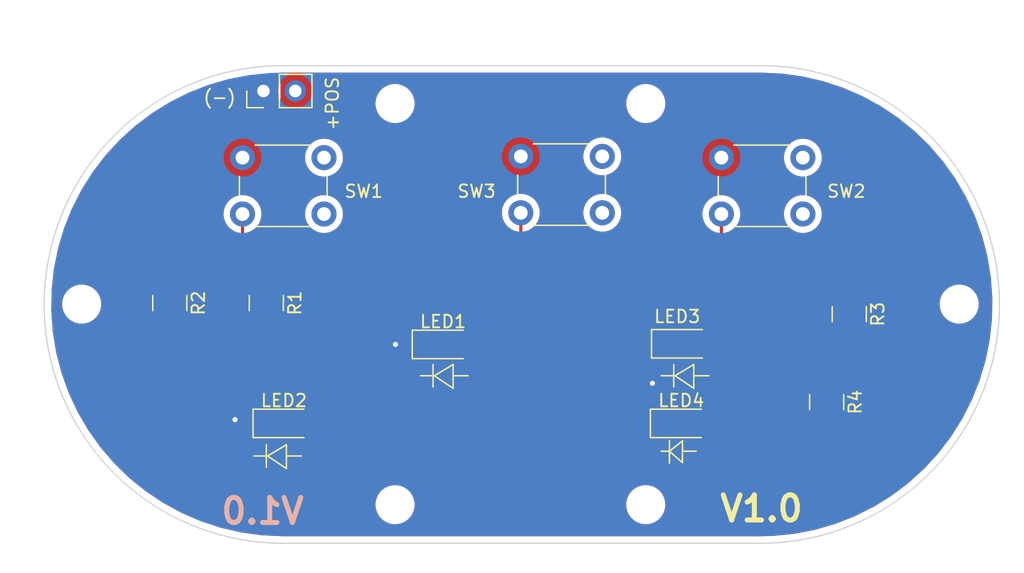
<source format=kicad_pcb>
(kicad_pcb (version 20171130) (host pcbnew "(5.1.4-0)")

  (general
    (thickness 1.6)
    (drawings 33)
    (tracks 44)
    (zones 0)
    (modules 18)
    (nets 16)
  )

  (page A4)
  (layers
    (0 F.Cu signal)
    (31 B.Cu signal)
    (32 B.Adhes user)
    (33 F.Adhes user)
    (34 B.Paste user)
    (35 F.Paste user)
    (36 B.SilkS user)
    (37 F.SilkS user)
    (38 B.Mask user)
    (39 F.Mask user)
    (40 Dwgs.User user)
    (41 Cmts.User user)
    (42 Eco1.User user)
    (43 Eco2.User user)
    (44 Edge.Cuts user)
    (45 Margin user)
    (46 B.CrtYd user)
    (47 F.CrtYd user)
    (48 B.Fab user)
    (49 F.Fab user)
  )

  (setup
    (last_trace_width 0.25)
    (trace_clearance 0.2)
    (zone_clearance 0.508)
    (zone_45_only no)
    (trace_min 0.2)
    (via_size 0.8)
    (via_drill 0.4)
    (via_min_size 0.4)
    (via_min_drill 0.3)
    (uvia_size 0.3)
    (uvia_drill 0.1)
    (uvias_allowed no)
    (uvia_min_size 0.2)
    (uvia_min_drill 0.1)
    (edge_width 0.05)
    (segment_width 0.2)
    (pcb_text_width 0.3)
    (pcb_text_size 1.5 1.5)
    (mod_edge_width 0.12)
    (mod_text_size 1 1)
    (mod_text_width 0.15)
    (pad_size 1.524 1.524)
    (pad_drill 0.762)
    (pad_to_mask_clearance 0.051)
    (solder_mask_min_width 0.25)
    (aux_axis_origin 0 0)
    (visible_elements FFFFFF7F)
    (pcbplotparams
      (layerselection 0x010fc_ffffffff)
      (usegerberextensions false)
      (usegerberattributes false)
      (usegerberadvancedattributes false)
      (creategerberjobfile false)
      (excludeedgelayer true)
      (linewidth 0.100000)
      (plotframeref false)
      (viasonmask false)
      (mode 1)
      (useauxorigin false)
      (hpglpennumber 1)
      (hpglpenspeed 20)
      (hpglpendiameter 15.000000)
      (psnegative false)
      (psa4output false)
      (plotreference true)
      (plotvalue true)
      (plotinvisibletext false)
      (padsonsilk false)
      (subtractmaskfromsilk false)
      (outputformat 1)
      (mirror false)
      (drillshape 0)
      (scaleselection 1)
      (outputdirectory "GERBERS/"))
  )

  (net 0 "")
  (net 1 +3V3)
  (net 2 GND)
  (net 3 "Net-(R1-Pad1)")
  (net 4 "Net-(R3-Pad1)")
  (net 5 "Net-(SW1-Pad2)")
  (net 6 "Net-(SW1-Pad4)")
  (net 7 "Net-(SW2-Pad2)")
  (net 8 "Net-(SW2-Pad4)")
  (net 9 "Net-(SW3-Pad2)")
  (net 10 "Net-(SW3-Pad4)")
  (net 11 "Net-(LED1-Pad2)")
  (net 12 "Net-(LED2-Pad2)")
  (net 13 "Net-(LED3-Pad2)")
  (net 14 "Net-(LED4-Pad2)")
  (net 15 "Net-(R4-Pad1)")

  (net_class Default "This is the default net class."
    (clearance 0.2)
    (trace_width 0.25)
    (via_dia 0.8)
    (via_drill 0.4)
    (uvia_dia 0.3)
    (uvia_drill 0.1)
    (add_net +3V3)
    (add_net GND)
    (add_net "Net-(LED1-Pad2)")
    (add_net "Net-(LED2-Pad2)")
    (add_net "Net-(LED3-Pad2)")
    (add_net "Net-(LED4-Pad2)")
    (add_net "Net-(R1-Pad1)")
    (add_net "Net-(R3-Pad1)")
    (add_net "Net-(R4-Pad1)")
    (add_net "Net-(SW1-Pad2)")
    (add_net "Net-(SW1-Pad4)")
    (add_net "Net-(SW2-Pad2)")
    (add_net "Net-(SW2-Pad4)")
    (add_net "Net-(SW3-Pad2)")
    (add_net "Net-(SW3-Pad4)")
  )

  (module MountingHole:MountingHole_2.1mm (layer F.Cu) (tedit 5B924765) (tstamp 62B3611B)
    (at 117.5 53)
    (descr "Mounting Hole 2.1mm, no annular")
    (tags "mounting hole 2.1mm no annular")
    (attr virtual)
    (fp_text reference REF** (at 0 -3.2) (layer F.SilkS) hide
      (effects (font (size 1 1) (thickness 0.15)))
    )
    (fp_text value MountingHole_2.1mm (at 0 3.2) (layer F.Fab) hide
      (effects (font (size 1 1) (thickness 0.15)))
    )
    (fp_circle (center 0 0) (end 2.35 0) (layer F.CrtYd) (width 0.05))
    (fp_circle (center 0 0) (end 2.1 0) (layer Cmts.User) (width 0.15))
    (fp_text user %R (at 0.3 0) (layer F.Fab)
      (effects (font (size 1 1) (thickness 0.15)))
    )
    (pad "" np_thru_hole circle (at 0 0) (size 2.1 2.1) (drill 2.1) (layers *.Cu *.Mask))
  )

  (module MountingHole:MountingHole_2.1mm (layer F.Cu) (tedit 5B924765) (tstamp 62B360F7)
    (at 47.5 53)
    (descr "Mounting Hole 2.1mm, no annular")
    (tags "mounting hole 2.1mm no annular")
    (attr virtual)
    (fp_text reference REF** (at 0 -3.2) (layer F.SilkS) hide
      (effects (font (size 1 1) (thickness 0.15)))
    )
    (fp_text value MountingHole_2.1mm (at 0 3.2) (layer F.Fab) hide
      (effects (font (size 1 1) (thickness 0.15)))
    )
    (fp_circle (center 0 0) (end 2.35 0) (layer F.CrtYd) (width 0.05))
    (fp_circle (center 0 0) (end 2.1 0) (layer Cmts.User) (width 0.15))
    (fp_text user %R (at 0.3 0) (layer F.Fab)
      (effects (font (size 1 1) (thickness 0.15)))
    )
    (pad "" np_thru_hole circle (at 0 0) (size 2.1 2.1) (drill 2.1) (layers *.Cu *.Mask))
  )

  (module MountingHole:MountingHole_2.1mm (layer F.Cu) (tedit 5B924765) (tstamp 62B360D3)
    (at 92.5 69)
    (descr "Mounting Hole 2.1mm, no annular")
    (tags "mounting hole 2.1mm no annular")
    (attr virtual)
    (fp_text reference REF** (at 0 -3.2) (layer F.SilkS) hide
      (effects (font (size 1 1) (thickness 0.15)))
    )
    (fp_text value MountingHole_2.1mm (at 0 3.2) (layer F.Fab) hide
      (effects (font (size 1 1) (thickness 0.15)))
    )
    (fp_circle (center 0 0) (end 2.35 0) (layer F.CrtYd) (width 0.05))
    (fp_circle (center 0 0) (end 2.1 0) (layer Cmts.User) (width 0.15))
    (fp_text user %R (at 0.3 0) (layer F.Fab)
      (effects (font (size 1 1) (thickness 0.15)))
    )
    (pad "" np_thru_hole circle (at 0 0) (size 2.1 2.1) (drill 2.1) (layers *.Cu *.Mask))
  )

  (module MountingHole:MountingHole_2.1mm (layer F.Cu) (tedit 5B924765) (tstamp 62B360AF)
    (at 72.5 69)
    (descr "Mounting Hole 2.1mm, no annular")
    (tags "mounting hole 2.1mm no annular")
    (attr virtual)
    (fp_text reference REF** (at 0 -3.2) (layer F.SilkS) hide
      (effects (font (size 1 1) (thickness 0.15)))
    )
    (fp_text value MountingHole_2.1mm (at 0 3.2) (layer F.Fab) hide
      (effects (font (size 1 1) (thickness 0.15)))
    )
    (fp_circle (center 0 0) (end 2.35 0) (layer F.CrtYd) (width 0.05))
    (fp_circle (center 0 0) (end 2.1 0) (layer Cmts.User) (width 0.15))
    (fp_text user %R (at 0.3 0) (layer F.Fab)
      (effects (font (size 1 1) (thickness 0.15)))
    )
    (pad "" np_thru_hole circle (at 0 0) (size 2.1 2.1) (drill 2.1) (layers *.Cu *.Mask))
  )

  (module MountingHole:MountingHole_2.1mm (layer F.Cu) (tedit 5B924765) (tstamp 62B3608B)
    (at 92.5 37)
    (descr "Mounting Hole 2.1mm, no annular")
    (tags "mounting hole 2.1mm no annular")
    (attr virtual)
    (fp_text reference REF** (at 1 3.5) (layer F.SilkS) hide
      (effects (font (size 1 1) (thickness 0.15)))
    )
    (fp_text value MountingHole_2.1mm (at 0 3.2) (layer F.Fab) hide
      (effects (font (size 1 1) (thickness 0.15)))
    )
    (fp_circle (center 0 0) (end 2.35 0) (layer F.CrtYd) (width 0.05))
    (fp_circle (center 0 0) (end 2.1 0) (layer Cmts.User) (width 0.15))
    (fp_text user %R (at 0.3 0) (layer F.Fab)
      (effects (font (size 1 1) (thickness 0.15)))
    )
    (pad "" np_thru_hole circle (at 0 0) (size 2.1 2.1) (drill 2.1) (layers *.Cu *.Mask))
  )

  (module MountingHole:MountingHole_2.1mm (layer F.Cu) (tedit 5B924765) (tstamp 62B36067)
    (at 72.5 37)
    (descr "Mounting Hole 2.1mm, no annular")
    (tags "mounting hole 2.1mm no annular")
    (attr virtual)
    (fp_text reference REF** (at 0.5 3) (layer F.SilkS) hide
      (effects (font (size 1 1) (thickness 0.15)))
    )
    (fp_text value MountingHole_2.1mm (at 0 3.2) (layer F.Fab) hide
      (effects (font (size 1 1) (thickness 0.15)))
    )
    (fp_circle (center 0 0) (end 2.35 0) (layer F.CrtYd) (width 0.05))
    (fp_circle (center 0 0) (end 2.1 0) (layer Cmts.User) (width 0.15))
    (fp_text user %R (at 0.3 0) (layer F.Fab)
      (effects (font (size 1 1) (thickness 0.15)))
    )
    (pad "" np_thru_hole circle (at 0 0) (size 2.1 2.1) (drill 2.1) (layers *.Cu *.Mask))
  )

  (module LED_SMD:LED_1206_3216Metric_Pad1.42x1.75mm_HandSolder (layer F.Cu) (tedit 5B4B45C9) (tstamp 62B358E0)
    (at 76.33 56.215)
    (descr "LED SMD 1206 (3216 Metric), square (rectangular) end terminal, IPC_7351 nominal, (Body size source: http://www.tortai-tech.com/upload/download/2011102023233369053.pdf), generated with kicad-footprint-generator")
    (tags "LED handsolder")
    (path /62B2D4CD)
    (attr smd)
    (fp_text reference LED1 (at 0 -1.82) (layer F.SilkS)
      (effects (font (size 1 1) (thickness 0.15)))
    )
    (fp_text value LED (at -4.0125 0.175) (layer F.Fab)
      (effects (font (size 1 1) (thickness 0.15)))
    )
    (fp_text user %R (at 0 0) (layer F.Fab)
      (effects (font (size 0.8 0.8) (thickness 0.12)))
    )
    (fp_line (start 2.45 1.12) (end -2.45 1.12) (layer F.CrtYd) (width 0.05))
    (fp_line (start 2.45 -1.12) (end 2.45 1.12) (layer F.CrtYd) (width 0.05))
    (fp_line (start -2.45 -1.12) (end 2.45 -1.12) (layer F.CrtYd) (width 0.05))
    (fp_line (start -2.45 1.12) (end -2.45 -1.12) (layer F.CrtYd) (width 0.05))
    (fp_line (start -2.46 1.135) (end 1.6 1.135) (layer F.SilkS) (width 0.12))
    (fp_line (start -2.46 -1.135) (end -2.46 1.135) (layer F.SilkS) (width 0.12))
    (fp_line (start 1.6 -1.135) (end -2.46 -1.135) (layer F.SilkS) (width 0.12))
    (fp_line (start 1.6 0.8) (end 1.6 -0.8) (layer F.Fab) (width 0.1))
    (fp_line (start -1.6 0.8) (end 1.6 0.8) (layer F.Fab) (width 0.1))
    (fp_line (start -1.6 -0.4) (end -1.6 0.8) (layer F.Fab) (width 0.1))
    (fp_line (start -1.2 -0.8) (end -1.6 -0.4) (layer F.Fab) (width 0.1))
    (fp_line (start 1.6 -0.8) (end -1.2 -0.8) (layer F.Fab) (width 0.1))
    (pad 2 smd roundrect (at 1.4875 0) (size 1.425 1.75) (layers F.Cu F.Paste F.Mask) (roundrect_rratio 0.175439)
      (net 11 "Net-(LED1-Pad2)"))
    (pad 1 smd roundrect (at -1.4875 0) (size 1.425 1.75) (layers F.Cu F.Paste F.Mask) (roundrect_rratio 0.175439)
      (net 2 GND))
    (model ${KISYS3DMOD}/LED_SMD.3dshapes/LED_1206_3216Metric.wrl
      (at (xyz 0 0 0))
      (scale (xyz 1 1 1))
      (rotate (xyz 0 0 0))
    )
  )

  (module LED_SMD:LED_1206_3216Metric_Pad1.42x1.75mm_HandSolder (layer F.Cu) (tedit 62B278C0) (tstamp 62B35C6C)
    (at 95.33 62.515)
    (descr "LED SMD 1206 (3216 Metric), square (rectangular) end terminal, IPC_7351 nominal, (Body size source: http://www.tortai-tech.com/upload/download/2011102023233369053.pdf), generated with kicad-footprint-generator")
    (tags "LED handsolder")
    (path /62B44159)
    (attr smd)
    (fp_text reference LED4 (at 0 -1.82) (layer F.SilkS)
      (effects (font (size 1 1) (thickness 0.15)))
    )
    (fp_text value LED (at -3.2 0.03 90) (layer F.Fab)
      (effects (font (size 1 1) (thickness 0.15)))
    )
    (fp_text user %R (at 0 0) (layer F.Fab)
      (effects (font (size 0.8 0.8) (thickness 0.12)))
    )
    (fp_line (start 2.45 1.12) (end -2.45 1.12) (layer F.CrtYd) (width 0.05))
    (fp_line (start 2.45 -1.12) (end 2.45 1.12) (layer F.CrtYd) (width 0.05))
    (fp_line (start -2.45 -1.12) (end 2.45 -1.12) (layer F.CrtYd) (width 0.05))
    (fp_line (start -2.45 1.12) (end -2.45 -1.12) (layer F.CrtYd) (width 0.05))
    (fp_line (start -2.46 1.135) (end 1.6 1.135) (layer F.SilkS) (width 0.12))
    (fp_line (start -2.46 -1.135) (end -2.46 1.135) (layer F.SilkS) (width 0.12))
    (fp_line (start 1.6 -1.135) (end -2.46 -1.135) (layer F.SilkS) (width 0.12))
    (fp_line (start 1.6 0.8) (end 1.6 -0.8) (layer F.Fab) (width 0.1))
    (fp_line (start -1.6 0.8) (end 1.6 0.8) (layer F.Fab) (width 0.1))
    (fp_line (start -1.6 -0.4) (end -1.6 0.8) (layer F.Fab) (width 0.1))
    (fp_line (start -1.2 -0.8) (end -1.6 -0.4) (layer F.Fab) (width 0.1))
    (fp_line (start 1.6 -0.8) (end -1.2 -0.8) (layer F.Fab) (width 0.1))
    (fp_line (start -0.94 1.35) (end -0.94 3.16) (layer F.SilkS) (width 0.12))
    (fp_line (start -0.94 3.16) (end -0.94 2.22) (layer F.SilkS) (width 0.12))
    (fp_line (start -0.94 2.22) (end -1.6 2.22) (layer F.SilkS) (width 0.12))
    (fp_line (start -1.6 2.22) (end -0.94 2.22) (layer F.SilkS) (width 0.12))
    (fp_line (start -0.94 2.22) (end 0.1 1.39) (layer F.SilkS) (width 0.12))
    (fp_line (start 0.1 1.39) (end 0.09 3.12) (layer F.SilkS) (width 0.12))
    (fp_line (start 0.09 3.12) (end -0.95 2.22) (layer F.SilkS) (width 0.12))
    (fp_line (start 0.11 2.22) (end 1.2 2.22) (layer F.SilkS) (width 0.12))
    (pad 2 smd roundrect (at 1.4875 0) (size 1.425 1.75) (layers F.Cu F.Paste F.Mask) (roundrect_rratio 0.175439)
      (net 14 "Net-(LED4-Pad2)"))
    (pad 1 smd roundrect (at -1.4875 0) (size 1.425 1.75) (layers F.Cu F.Paste F.Mask) (roundrect_rratio 0.175439)
      (net 2 GND))
    (model ${KISYS3DMOD}/LED_SMD.3dshapes/LED_1206_3216Metric.wrl
      (at (xyz 0 0 0))
      (scale (xyz 1 1 1))
      (rotate (xyz 0 0 0))
    )
  )

  (module Button_Switch_THT:SW_PUSH_6.5mm_H4.5mm (layer F.Cu) (tedit 62B26357) (tstamp 62B35AE7)
    (at 60.33 41.315)
    (descr "tactile push button, 6x6mm e.g. PHAP33xx series, height=4.3mm")
    (tags "tact sw push 6mm")
    (path /62B2EEDA)
    (fp_text reference SW1 (at 9.67 2.685) (layer F.SilkS)
      (effects (font (size 1 1) (thickness 0.15)))
    )
    (fp_text value SW_Push_Dual (at 3.75 6.7) (layer F.Fab)
      (effects (font (size 1 1) (thickness 0.15)))
    )
    (fp_circle (center 3.25 2.25) (end 1.25 2.5) (layer F.Fab) (width 0.1))
    (fp_line (start 6.75 3) (end 6.75 1.5) (layer F.SilkS) (width 0.12))
    (fp_line (start 5.5 -1) (end 1 -1) (layer F.SilkS) (width 0.12))
    (fp_line (start -0.25 1.5) (end -0.25 3) (layer F.SilkS) (width 0.12))
    (fp_line (start 1 5.5) (end 5.5 5.5) (layer F.SilkS) (width 0.12))
    (fp_line (start 8 -1.25) (end 8 5.75) (layer F.CrtYd) (width 0.05))
    (fp_line (start 7.75 6) (end -1.25 6) (layer F.CrtYd) (width 0.05))
    (fp_line (start -1.5 5.75) (end -1.5 -1.25) (layer F.CrtYd) (width 0.05))
    (fp_line (start -1.25 -1.5) (end 7.75 -1.5) (layer F.CrtYd) (width 0.05))
    (fp_line (start -1.5 6) (end -1.25 6) (layer F.CrtYd) (width 0.05))
    (fp_line (start -1.5 5.75) (end -1.5 6) (layer F.CrtYd) (width 0.05))
    (fp_line (start -1.5 -1.5) (end -1.25 -1.5) (layer F.CrtYd) (width 0.05))
    (fp_line (start -1.5 -1.25) (end -1.5 -1.5) (layer F.CrtYd) (width 0.05))
    (fp_line (start 8 -1.5) (end 8 -1.25) (layer F.CrtYd) (width 0.05))
    (fp_line (start 7.75 -1.5) (end 8 -1.5) (layer F.CrtYd) (width 0.05))
    (fp_line (start 8 6) (end 8 5.75) (layer F.CrtYd) (width 0.05))
    (fp_line (start 7.75 6) (end 8 6) (layer F.CrtYd) (width 0.05))
    (fp_line (start 0.25 -0.75) (end 3.25 -0.75) (layer F.Fab) (width 0.1))
    (fp_line (start 0.25 5.25) (end 0.25 -0.75) (layer F.Fab) (width 0.1))
    (fp_line (start 6.25 5.25) (end 0.25 5.25) (layer F.Fab) (width 0.1))
    (fp_line (start 6.25 -0.75) (end 6.25 5.25) (layer F.Fab) (width 0.1))
    (fp_line (start 3.25 -0.75) (end 6.25 -0.75) (layer F.Fab) (width 0.1))
    (fp_text user %R (at 3.25 2.25) (layer F.Fab)
      (effects (font (size 1 1) (thickness 0.15)))
    )
    (pad 2 thru_hole circle (at 6.5 0 90) (size 2 2) (drill 1.1) (layers *.Cu *.Mask)
      (net 5 "Net-(SW1-Pad2)"))
    (pad 4 thru_hole circle (at 6.5 4.5 90) (size 2 2) (drill 1.1) (layers *.Cu *.Mask)
      (net 6 "Net-(SW1-Pad4)"))
    (pad 1 thru_hole circle (at 0 0 90) (size 2 2) (drill 1.1) (layers *.Cu *.Mask)
      (net 1 +3V3))
    (pad 3 thru_hole circle (at 0 4.5 90) (size 2 2) (drill 1.1) (layers *.Cu *.Mask)
      (net 3 "Net-(R1-Pad1)"))
    (model ${KISYS3DMOD}/Button_Switch_THT.3dshapes/SW_PUSH_6mm_H4.3mm.wrl
      (at (xyz 0 0 0))
      (scale (xyz 1 1 1))
      (rotate (xyz 0 0 0))
    )
  )

  (module Button_Switch_THT:SW_PUSH_6.5mm_H4.5mm (layer F.Cu) (tedit 62B26357) (tstamp 62B35B41)
    (at 82.53 41.215)
    (descr "tactile push button, 6x6mm e.g. PHAP33xx series, height=4.3mm")
    (tags "tact sw push 6mm")
    (path /62B4415F)
    (fp_text reference SW3 (at -3.53 2.785) (layer F.SilkS)
      (effects (font (size 1 1) (thickness 0.15)))
    )
    (fp_text value SW_Push_Dual (at 3.75 6.7) (layer F.Fab)
      (effects (font (size 1 1) (thickness 0.15)))
    )
    (fp_circle (center 3.25 2.25) (end 1.25 2.5) (layer F.Fab) (width 0.1))
    (fp_line (start 6.75 3) (end 6.75 1.5) (layer F.SilkS) (width 0.12))
    (fp_line (start 5.5 -1) (end 1 -1) (layer F.SilkS) (width 0.12))
    (fp_line (start -0.25 1.5) (end -0.25 3) (layer F.SilkS) (width 0.12))
    (fp_line (start 1 5.5) (end 5.5 5.5) (layer F.SilkS) (width 0.12))
    (fp_line (start 8 -1.25) (end 8 5.75) (layer F.CrtYd) (width 0.05))
    (fp_line (start 7.75 6) (end -1.25 6) (layer F.CrtYd) (width 0.05))
    (fp_line (start -1.5 5.75) (end -1.5 -1.25) (layer F.CrtYd) (width 0.05))
    (fp_line (start -1.25 -1.5) (end 7.75 -1.5) (layer F.CrtYd) (width 0.05))
    (fp_line (start -1.5 6) (end -1.25 6) (layer F.CrtYd) (width 0.05))
    (fp_line (start -1.5 5.75) (end -1.5 6) (layer F.CrtYd) (width 0.05))
    (fp_line (start -1.5 -1.5) (end -1.25 -1.5) (layer F.CrtYd) (width 0.05))
    (fp_line (start -1.5 -1.25) (end -1.5 -1.5) (layer F.CrtYd) (width 0.05))
    (fp_line (start 8 -1.5) (end 8 -1.25) (layer F.CrtYd) (width 0.05))
    (fp_line (start 7.75 -1.5) (end 8 -1.5) (layer F.CrtYd) (width 0.05))
    (fp_line (start 8 6) (end 8 5.75) (layer F.CrtYd) (width 0.05))
    (fp_line (start 7.75 6) (end 8 6) (layer F.CrtYd) (width 0.05))
    (fp_line (start 0.25 -0.75) (end 3.25 -0.75) (layer F.Fab) (width 0.1))
    (fp_line (start 0.25 5.25) (end 0.25 -0.75) (layer F.Fab) (width 0.1))
    (fp_line (start 6.25 5.25) (end 0.25 5.25) (layer F.Fab) (width 0.1))
    (fp_line (start 6.25 -0.75) (end 6.25 5.25) (layer F.Fab) (width 0.1))
    (fp_line (start 3.25 -0.75) (end 6.25 -0.75) (layer F.Fab) (width 0.1))
    (fp_text user %R (at 3.25 2.25) (layer F.Fab)
      (effects (font (size 1 1) (thickness 0.15)))
    )
    (pad 2 thru_hole circle (at 6.5 0 90) (size 2 2) (drill 1.1) (layers *.Cu *.Mask)
      (net 9 "Net-(SW3-Pad2)"))
    (pad 4 thru_hole circle (at 6.5 4.5 90) (size 2 2) (drill 1.1) (layers *.Cu *.Mask)
      (net 10 "Net-(SW3-Pad4)"))
    (pad 1 thru_hole circle (at 0 0 90) (size 2 2) (drill 1.1) (layers *.Cu *.Mask)
      (net 1 +3V3))
    (pad 3 thru_hole circle (at 0 4.5 90) (size 2 2) (drill 1.1) (layers *.Cu *.Mask)
      (net 15 "Net-(R4-Pad1)"))
    (model ${KISYS3DMOD}/Button_Switch_THT.3dshapes/SW_PUSH_6mm_H4.3mm.wrl
      (at (xyz 0 0 0))
      (scale (xyz 1 1 1))
      (rotate (xyz 0 0 0))
    )
  )

  (module Button_Switch_THT:SW_PUSH_6.5mm_H4.5mm (layer F.Cu) (tedit 62B26357) (tstamp 62B35BCB)
    (at 98.53 41.315)
    (descr "tactile push button, 6x6mm e.g. PHAP33xx series, height=4.3mm")
    (tags "tact sw push 6mm")
    (path /62B4932F)
    (fp_text reference SW2 (at 9.97 2.685) (layer F.SilkS)
      (effects (font (size 1 1) (thickness 0.15)))
    )
    (fp_text value SW_Push_Dual (at 3.75 6.7) (layer F.Fab)
      (effects (font (size 1 1) (thickness 0.15)))
    )
    (fp_circle (center 3.25 2.25) (end 1.25 2.5) (layer F.Fab) (width 0.1))
    (fp_line (start 6.75 3) (end 6.75 1.5) (layer F.SilkS) (width 0.12))
    (fp_line (start 5.5 -1) (end 1 -1) (layer F.SilkS) (width 0.12))
    (fp_line (start -0.25 1.5) (end -0.25 3) (layer F.SilkS) (width 0.12))
    (fp_line (start 1 5.5) (end 5.5 5.5) (layer F.SilkS) (width 0.12))
    (fp_line (start 8 -1.25) (end 8 5.75) (layer F.CrtYd) (width 0.05))
    (fp_line (start 7.75 6) (end -1.25 6) (layer F.CrtYd) (width 0.05))
    (fp_line (start -1.5 5.75) (end -1.5 -1.25) (layer F.CrtYd) (width 0.05))
    (fp_line (start -1.25 -1.5) (end 7.75 -1.5) (layer F.CrtYd) (width 0.05))
    (fp_line (start -1.5 6) (end -1.25 6) (layer F.CrtYd) (width 0.05))
    (fp_line (start -1.5 5.75) (end -1.5 6) (layer F.CrtYd) (width 0.05))
    (fp_line (start -1.5 -1.5) (end -1.25 -1.5) (layer F.CrtYd) (width 0.05))
    (fp_line (start -1.5 -1.25) (end -1.5 -1.5) (layer F.CrtYd) (width 0.05))
    (fp_line (start 8 -1.5) (end 8 -1.25) (layer F.CrtYd) (width 0.05))
    (fp_line (start 7.75 -1.5) (end 8 -1.5) (layer F.CrtYd) (width 0.05))
    (fp_line (start 8 6) (end 8 5.75) (layer F.CrtYd) (width 0.05))
    (fp_line (start 7.75 6) (end 8 6) (layer F.CrtYd) (width 0.05))
    (fp_line (start 0.25 -0.75) (end 3.25 -0.75) (layer F.Fab) (width 0.1))
    (fp_line (start 0.25 5.25) (end 0.25 -0.75) (layer F.Fab) (width 0.1))
    (fp_line (start 6.25 5.25) (end 0.25 5.25) (layer F.Fab) (width 0.1))
    (fp_line (start 6.25 -0.75) (end 6.25 5.25) (layer F.Fab) (width 0.1))
    (fp_line (start 3.25 -0.75) (end 6.25 -0.75) (layer F.Fab) (width 0.1))
    (fp_text user %R (at 3.25 2.25) (layer F.Fab)
      (effects (font (size 1 1) (thickness 0.15)))
    )
    (pad 2 thru_hole circle (at 6.5 0 90) (size 2 2) (drill 1.1) (layers *.Cu *.Mask)
      (net 7 "Net-(SW2-Pad2)"))
    (pad 4 thru_hole circle (at 6.5 4.5 90) (size 2 2) (drill 1.1) (layers *.Cu *.Mask)
      (net 8 "Net-(SW2-Pad4)"))
    (pad 1 thru_hole circle (at 0 0 90) (size 2 2) (drill 1.1) (layers *.Cu *.Mask)
      (net 1 +3V3))
    (pad 3 thru_hole circle (at 0 4.5 90) (size 2 2) (drill 1.1) (layers *.Cu *.Mask)
      (net 4 "Net-(R3-Pad1)"))
    (model ${KISYS3DMOD}/Button_Switch_THT.3dshapes/SW_PUSH_6mm_H4.3mm.wrl
      (at (xyz 0 0 0))
      (scale (xyz 1 1 1))
      (rotate (xyz 0 0 0))
    )
  )

  (module Resistor_SMD:R_1210_3225Metric_Pad1.42x2.65mm_HandSolder (layer F.Cu) (tedit 5B301BBD) (tstamp 62B3594A)
    (at 54.53 52.915 270)
    (descr "Resistor SMD 1210 (3225 Metric), square (rectangular) end terminal, IPC_7351 nominal with elongated pad for handsoldering. (Body size source: http://www.tortai-tech.com/upload/download/2011102023233369053.pdf), generated with kicad-footprint-generator")
    (tags "resistor handsolder")
    (path /62B4AB53)
    (attr smd)
    (fp_text reference R2 (at 0 -2.28 90) (layer F.SilkS)
      (effects (font (size 1 1) (thickness 0.15)))
    )
    (fp_text value R (at 0 2.28 90) (layer F.Fab)
      (effects (font (size 1 1) (thickness 0.15)))
    )
    (fp_text user %R (at 0 0 90) (layer F.Fab)
      (effects (font (size 0.8 0.8) (thickness 0.12)))
    )
    (fp_line (start 2.45 1.58) (end -2.45 1.58) (layer F.CrtYd) (width 0.05))
    (fp_line (start 2.45 -1.58) (end 2.45 1.58) (layer F.CrtYd) (width 0.05))
    (fp_line (start -2.45 -1.58) (end 2.45 -1.58) (layer F.CrtYd) (width 0.05))
    (fp_line (start -2.45 1.58) (end -2.45 -1.58) (layer F.CrtYd) (width 0.05))
    (fp_line (start -0.602064 1.36) (end 0.602064 1.36) (layer F.SilkS) (width 0.12))
    (fp_line (start -0.602064 -1.36) (end 0.602064 -1.36) (layer F.SilkS) (width 0.12))
    (fp_line (start 1.6 1.25) (end -1.6 1.25) (layer F.Fab) (width 0.1))
    (fp_line (start 1.6 -1.25) (end 1.6 1.25) (layer F.Fab) (width 0.1))
    (fp_line (start -1.6 -1.25) (end 1.6 -1.25) (layer F.Fab) (width 0.1))
    (fp_line (start -1.6 1.25) (end -1.6 -1.25) (layer F.Fab) (width 0.1))
    (pad 2 smd roundrect (at 1.4875 0 270) (size 1.425 2.65) (layers F.Cu F.Paste F.Mask) (roundrect_rratio 0.175439)
      (net 12 "Net-(LED2-Pad2)"))
    (pad 1 smd roundrect (at -1.4875 0 270) (size 1.425 2.65) (layers F.Cu F.Paste F.Mask) (roundrect_rratio 0.175439)
      (net 3 "Net-(R1-Pad1)"))
    (model ${KISYS3DMOD}/Resistor_SMD.3dshapes/R_1210_3225Metric.wrl
      (at (xyz 0 0 0))
      (scale (xyz 1 1 1))
      (rotate (xyz 0 0 0))
    )
  )

  (module Resistor_SMD:R_1210_3225Metric_Pad1.42x2.65mm_HandSolder (layer F.Cu) (tedit 5B301BBD) (tstamp 62B35B8D)
    (at 62.23 52.915 270)
    (descr "Resistor SMD 1210 (3225 Metric), square (rectangular) end terminal, IPC_7351 nominal with elongated pad for handsoldering. (Body size source: http://www.tortai-tech.com/upload/download/2011102023233369053.pdf), generated with kicad-footprint-generator")
    (tags "resistor handsolder")
    (path /62B2F7A3)
    (attr smd)
    (fp_text reference R1 (at 0 -2.28 90) (layer F.SilkS)
      (effects (font (size 1 1) (thickness 0.15)))
    )
    (fp_text value R (at 0 2.28 90) (layer F.Fab)
      (effects (font (size 1 1) (thickness 0.15)))
    )
    (fp_text user %R (at 0 0 90) (layer F.Fab)
      (effects (font (size 0.8 0.8) (thickness 0.12)))
    )
    (fp_line (start 2.45 1.58) (end -2.45 1.58) (layer F.CrtYd) (width 0.05))
    (fp_line (start 2.45 -1.58) (end 2.45 1.58) (layer F.CrtYd) (width 0.05))
    (fp_line (start -2.45 -1.58) (end 2.45 -1.58) (layer F.CrtYd) (width 0.05))
    (fp_line (start -2.45 1.58) (end -2.45 -1.58) (layer F.CrtYd) (width 0.05))
    (fp_line (start -0.602064 1.36) (end 0.602064 1.36) (layer F.SilkS) (width 0.12))
    (fp_line (start -0.602064 -1.36) (end 0.602064 -1.36) (layer F.SilkS) (width 0.12))
    (fp_line (start 1.6 1.25) (end -1.6 1.25) (layer F.Fab) (width 0.1))
    (fp_line (start 1.6 -1.25) (end 1.6 1.25) (layer F.Fab) (width 0.1))
    (fp_line (start -1.6 -1.25) (end 1.6 -1.25) (layer F.Fab) (width 0.1))
    (fp_line (start -1.6 1.25) (end -1.6 -1.25) (layer F.Fab) (width 0.1))
    (pad 2 smd roundrect (at 1.4875 0 270) (size 1.425 2.65) (layers F.Cu F.Paste F.Mask) (roundrect_rratio 0.175439)
      (net 11 "Net-(LED1-Pad2)"))
    (pad 1 smd roundrect (at -1.4875 0 270) (size 1.425 2.65) (layers F.Cu F.Paste F.Mask) (roundrect_rratio 0.175439)
      (net 3 "Net-(R1-Pad1)"))
    (model ${KISYS3DMOD}/Resistor_SMD.3dshapes/R_1210_3225Metric.wrl
      (at (xyz 0 0 0))
      (scale (xyz 1 1 1))
      (rotate (xyz 0 0 0))
    )
  )

  (module Resistor_SMD:R_1210_3225Metric_Pad1.42x2.65mm_HandSolder (layer F.Cu) (tedit 5B301BBD) (tstamp 62B359CB)
    (at 106.93 60.815 270)
    (descr "Resistor SMD 1210 (3225 Metric), square (rectangular) end terminal, IPC_7351 nominal with elongated pad for handsoldering. (Body size source: http://www.tortai-tech.com/upload/download/2011102023233369053.pdf), generated with kicad-footprint-generator")
    (tags "resistor handsolder")
    (path /62B44165)
    (attr smd)
    (fp_text reference R4 (at 0 -2.28 90) (layer F.SilkS)
      (effects (font (size 1 1) (thickness 0.15)))
    )
    (fp_text value R (at 0 2.28 90) (layer F.Fab)
      (effects (font (size 1 1) (thickness 0.15)))
    )
    (fp_text user %R (at 0 0) (layer F.Fab)
      (effects (font (size 0.8 0.8) (thickness 0.12)))
    )
    (fp_line (start 2.45 1.58) (end -2.45 1.58) (layer F.CrtYd) (width 0.05))
    (fp_line (start 2.45 -1.58) (end 2.45 1.58) (layer F.CrtYd) (width 0.05))
    (fp_line (start -2.45 -1.58) (end 2.45 -1.58) (layer F.CrtYd) (width 0.05))
    (fp_line (start -2.45 1.58) (end -2.45 -1.58) (layer F.CrtYd) (width 0.05))
    (fp_line (start -0.602064 1.36) (end 0.602064 1.36) (layer F.SilkS) (width 0.12))
    (fp_line (start -0.602064 -1.36) (end 0.602064 -1.36) (layer F.SilkS) (width 0.12))
    (fp_line (start 1.6 1.25) (end -1.6 1.25) (layer F.Fab) (width 0.1))
    (fp_line (start 1.6 -1.25) (end 1.6 1.25) (layer F.Fab) (width 0.1))
    (fp_line (start -1.6 -1.25) (end 1.6 -1.25) (layer F.Fab) (width 0.1))
    (fp_line (start -1.6 1.25) (end -1.6 -1.25) (layer F.Fab) (width 0.1))
    (pad 2 smd roundrect (at 1.4875 0 270) (size 1.425 2.65) (layers F.Cu F.Paste F.Mask) (roundrect_rratio 0.175439)
      (net 14 "Net-(LED4-Pad2)"))
    (pad 1 smd roundrect (at -1.4875 0 270) (size 1.425 2.65) (layers F.Cu F.Paste F.Mask) (roundrect_rratio 0.175439)
      (net 15 "Net-(R4-Pad1)"))
    (model ${KISYS3DMOD}/Resistor_SMD.3dshapes/R_1210_3225Metric.wrl
      (at (xyz 0 0 0))
      (scale (xyz 1 1 1))
      (rotate (xyz 0 0 0))
    )
  )

  (module Resistor_SMD:R_1210_3225Metric_Pad1.42x2.65mm_HandSolder (layer F.Cu) (tedit 5B301BBD) (tstamp 62B3599B)
    (at 108.73 53.8025 270)
    (descr "Resistor SMD 1210 (3225 Metric), square (rectangular) end terminal, IPC_7351 nominal with elongated pad for handsoldering. (Body size source: http://www.tortai-tech.com/upload/download/2011102023233369053.pdf), generated with kicad-footprint-generator")
    (tags "resistor handsolder")
    (path /62B49335)
    (attr smd)
    (fp_text reference R3 (at 0 -2.28 90) (layer F.SilkS)
      (effects (font (size 1 1) (thickness 0.15)))
    )
    (fp_text value R (at 0 2.28 90) (layer F.Fab)
      (effects (font (size 1 1) (thickness 0.15)))
    )
    (fp_text user %R (at 0 0 180) (layer B.Fab)
      (effects (font (size 0.8 0.8) (thickness 0.12)) (justify mirror))
    )
    (fp_line (start 2.45 1.58) (end -2.45 1.58) (layer F.CrtYd) (width 0.05))
    (fp_line (start 2.45 -1.58) (end 2.45 1.58) (layer F.CrtYd) (width 0.05))
    (fp_line (start -2.45 -1.58) (end 2.45 -1.58) (layer F.CrtYd) (width 0.05))
    (fp_line (start -2.45 1.58) (end -2.45 -1.58) (layer F.CrtYd) (width 0.05))
    (fp_line (start -0.602064 1.36) (end 0.602064 1.36) (layer F.SilkS) (width 0.12))
    (fp_line (start -0.602064 -1.36) (end 0.602064 -1.36) (layer F.SilkS) (width 0.12))
    (fp_line (start 1.6 1.25) (end -1.6 1.25) (layer F.Fab) (width 0.1))
    (fp_line (start 1.6 -1.25) (end 1.6 1.25) (layer F.Fab) (width 0.1))
    (fp_line (start -1.6 -1.25) (end 1.6 -1.25) (layer F.Fab) (width 0.1))
    (fp_line (start -1.6 1.25) (end -1.6 -1.25) (layer F.Fab) (width 0.1))
    (pad 2 smd roundrect (at 1.4875 0 270) (size 1.425 2.65) (layers F.Cu F.Paste F.Mask) (roundrect_rratio 0.175439)
      (net 13 "Net-(LED3-Pad2)"))
    (pad 1 smd roundrect (at -1.4875 0 270) (size 1.425 2.65) (layers F.Cu F.Paste F.Mask) (roundrect_rratio 0.175439)
      (net 4 "Net-(R3-Pad1)"))
    (model ${KISYS3DMOD}/Resistor_SMD.3dshapes/R_1210_3225Metric.wrl
      (at (xyz 0 0 0))
      (scale (xyz 1 1 1))
      (rotate (xyz 0 0 0))
    )
  )

  (module LED_SMD:LED_1206_3216Metric_Pad1.42x1.75mm_HandSolder (layer F.Cu) (tedit 5B4B45C9) (tstamp 62B35916)
    (at 63.63 62.515)
    (descr "LED SMD 1206 (3216 Metric), square (rectangular) end terminal, IPC_7351 nominal, (Body size source: http://www.tortai-tech.com/upload/download/2011102023233369053.pdf), generated with kicad-footprint-generator")
    (tags "LED handsolder")
    (path /62B4AB4D)
    (attr smd)
    (fp_text reference LED2 (at 0 -1.82) (layer F.SilkS)
      (effects (font (size 1 1) (thickness 0.15)))
    )
    (fp_text value LED (at -4.0125 -0.1) (layer F.Fab)
      (effects (font (size 1 1) (thickness 0.15)))
    )
    (fp_text user %R (at 0 0) (layer F.Fab)
      (effects (font (size 0.8 0.8) (thickness 0.12)))
    )
    (fp_line (start 2.45 1.12) (end -2.45 1.12) (layer F.CrtYd) (width 0.05))
    (fp_line (start 2.45 -1.12) (end 2.45 1.12) (layer F.CrtYd) (width 0.05))
    (fp_line (start -2.45 -1.12) (end 2.45 -1.12) (layer F.CrtYd) (width 0.05))
    (fp_line (start -2.45 1.12) (end -2.45 -1.12) (layer F.CrtYd) (width 0.05))
    (fp_line (start -2.46 1.135) (end 1.6 1.135) (layer F.SilkS) (width 0.12))
    (fp_line (start -2.46 -1.135) (end -2.46 1.135) (layer F.SilkS) (width 0.12))
    (fp_line (start 1.6 -1.135) (end -2.46 -1.135) (layer F.SilkS) (width 0.12))
    (fp_line (start 1.6 0.8) (end 1.6 -0.8) (layer F.Fab) (width 0.1))
    (fp_line (start -1.6 0.8) (end 1.6 0.8) (layer F.Fab) (width 0.1))
    (fp_line (start -1.6 -0.4) (end -1.6 0.8) (layer F.Fab) (width 0.1))
    (fp_line (start -1.2 -0.8) (end -1.6 -0.4) (layer F.Fab) (width 0.1))
    (fp_line (start 1.6 -0.8) (end -1.2 -0.8) (layer F.Fab) (width 0.1))
    (pad 2 smd roundrect (at 1.4875 0) (size 1.425 1.75) (layers F.Cu F.Paste F.Mask) (roundrect_rratio 0.175439)
      (net 12 "Net-(LED2-Pad2)"))
    (pad 1 smd roundrect (at -1.4875 0) (size 1.425 1.75) (layers F.Cu F.Paste F.Mask) (roundrect_rratio 0.175439)
      (net 2 GND))
    (model ${KISYS3DMOD}/LED_SMD.3dshapes/LED_1206_3216Metric.wrl
      (at (xyz 0 0 0))
      (scale (xyz 1 1 1))
      (rotate (xyz 0 0 0))
    )
  )

  (module LED_SMD:LED_1206_3216Metric_Pad1.42x1.75mm_HandSolder (layer F.Cu) (tedit 5B4B45C9) (tstamp 62B35AA5)
    (at 95.4175 56.165)
    (descr "LED SMD 1206 (3216 Metric), square (rectangular) end terminal, IPC_7351 nominal, (Body size source: http://www.tortai-tech.com/upload/download/2011102023233369053.pdf), generated with kicad-footprint-generator")
    (tags "LED handsolder")
    (path /62B49329)
    (attr smd)
    (fp_text reference LED3 (at -0.4125 -2.175) (layer F.SilkS)
      (effects (font (size 1 1) (thickness 0.15)))
    )
    (fp_text value LED (at 4.0625 0.075) (layer F.Fab)
      (effects (font (size 1 1) (thickness 0.15)))
    )
    (fp_text user %R (at 0 0 90) (layer F.Fab)
      (effects (font (size 0.8 0.8) (thickness 0.12)))
    )
    (fp_line (start 2.45 1.12) (end -2.45 1.12) (layer F.CrtYd) (width 0.05))
    (fp_line (start 2.45 -1.12) (end 2.45 1.12) (layer F.CrtYd) (width 0.05))
    (fp_line (start -2.45 -1.12) (end 2.45 -1.12) (layer F.CrtYd) (width 0.05))
    (fp_line (start -2.45 1.12) (end -2.45 -1.12) (layer F.CrtYd) (width 0.05))
    (fp_line (start -2.46 1.135) (end 1.6 1.135) (layer F.SilkS) (width 0.12))
    (fp_line (start -2.46 -1.135) (end -2.46 1.135) (layer F.SilkS) (width 0.12))
    (fp_line (start 1.6 -1.135) (end -2.46 -1.135) (layer F.SilkS) (width 0.12))
    (fp_line (start 1.6 0.8) (end 1.6 -0.8) (layer F.Fab) (width 0.1))
    (fp_line (start -1.6 0.8) (end 1.6 0.8) (layer F.Fab) (width 0.1))
    (fp_line (start -1.6 -0.4) (end -1.6 0.8) (layer F.Fab) (width 0.1))
    (fp_line (start -1.2 -0.8) (end -1.6 -0.4) (layer F.Fab) (width 0.1))
    (fp_line (start 1.6 -0.8) (end -1.2 -0.8) (layer F.Fab) (width 0.1))
    (pad 2 smd roundrect (at 1.4875 0) (size 1.425 1.75) (layers F.Cu F.Paste F.Mask) (roundrect_rratio 0.175439)
      (net 13 "Net-(LED3-Pad2)"))
    (pad 1 smd roundrect (at -1.4875 0) (size 1.425 1.75) (layers F.Cu F.Paste F.Mask) (roundrect_rratio 0.175439)
      (net 2 GND))
    (model ${KISYS3DMOD}/LED_SMD.3dshapes/LED_1206_3216Metric.wrl
      (at (xyz 0 0 0))
      (scale (xyz 1 1 1))
      (rotate (xyz 0 0 0))
    )
  )

  (module Connector_PinHeader_2.54mm:PinHeader_1x02_P2.54mm_Vertical (layer F.Cu) (tedit 59FED5CC) (tstamp 62B35A00)
    (at 62 36 90)
    (descr "Through hole straight pin header, 1x02, 2.54mm pitch, single row")
    (tags "Through hole pin header THT 1x02 2.54mm single row")
    (path /62B32006)
    (fp_text reference C1 (at -1.775 5.375 90) (layer F.SilkS) hide
      (effects (font (size 1 1) (thickness 0.15)))
    )
    (fp_text value Conn_01x02_Female (at 1.9 6.3 180) (layer F.Fab) hide
      (effects (font (size 1 1) (thickness 0.15)))
    )
    (fp_text user %R (at 0 1.27) (layer F.Fab)
      (effects (font (size 1 1) (thickness 0.15)))
    )
    (fp_line (start 1.8 -1.8) (end -1.8 -1.8) (layer F.CrtYd) (width 0.05))
    (fp_line (start 1.8 4.35) (end 1.8 -1.8) (layer F.CrtYd) (width 0.05))
    (fp_line (start -1.8 4.35) (end 1.8 4.35) (layer F.CrtYd) (width 0.05))
    (fp_line (start -1.8 -1.8) (end -1.8 4.35) (layer F.CrtYd) (width 0.05))
    (fp_line (start -1.33 -1.33) (end 0 -1.33) (layer F.SilkS) (width 0.12))
    (fp_line (start -1.33 0) (end -1.33 -1.33) (layer F.SilkS) (width 0.12))
    (fp_line (start -1.33 1.27) (end 1.33 1.27) (layer F.SilkS) (width 0.12))
    (fp_line (start 1.33 1.27) (end 1.33 3.87) (layer F.SilkS) (width 0.12))
    (fp_line (start -1.33 1.27) (end -1.33 3.87) (layer F.SilkS) (width 0.12))
    (fp_line (start -1.33 3.87) (end 1.33 3.87) (layer F.SilkS) (width 0.12))
    (fp_line (start -1.27 -0.635) (end -0.635 -1.27) (layer F.Fab) (width 0.1))
    (fp_line (start -1.27 3.81) (end -1.27 -0.635) (layer F.Fab) (width 0.1))
    (fp_line (start 1.27 3.81) (end -1.27 3.81) (layer F.Fab) (width 0.1))
    (fp_line (start 1.27 -1.27) (end 1.27 3.81) (layer F.Fab) (width 0.1))
    (fp_line (start -0.635 -1.27) (end 1.27 -1.27) (layer F.Fab) (width 0.1))
    (pad 2 thru_hole oval (at 0 2.54 90) (size 1.7 1.7) (drill 1) (layers *.Cu *.Mask)
      (net 1 +3V3))
    (pad 1 thru_hole rect (at 0 0 90) (size 1.7 1.7) (drill 1) (layers *.Cu *.Mask)
      (net 2 GND))
    (model ${KISYS3DMOD}/Connector_PinHeader_2.54mm.3dshapes/PinHeader_1x02_P2.54mm_Vertical.wrl
      (at (xyz 0 0 0))
      (scale (xyz 1 1 1))
      (rotate (xyz 0 0 0))
    )
  )

  (gr_text V1.0 (at 61.93 69.515) (layer B.SilkS) (tstamp 62B35CA7)
    (effects (font (size 2 2) (thickness 0.4)) (justify mirror))
  )
  (gr_text V1.0 (at 101.73 69.315) (layer F.SilkS) (tstamp 62B35CA4)
    (effects (font (size 2 2) (thickness 0.4)))
  )
  (gr_line (start 77.13 59.715) (end 77.13 57.815) (layer F.SilkS) (width 0.12) (tstamp 62B35C41))
  (gr_line (start 78.33 58.715) (end 77.23 58.715) (layer F.SilkS) (width 0.12) (tstamp 62B35C44))
  (gr_line (start 75.53 57.815) (end 75.53 59.615) (layer F.SilkS) (width 0.12) (tstamp 62B35C3B))
  (gr_line (start 75.63 58.715) (end 77.13 59.715) (layer F.SilkS) (width 0.12) (tstamp 62B35C3E))
  (gr_line (start 75.53 58.715) (end 74.53 58.715) (layer F.SilkS) (width 0.12) (tstamp 62B35C4D))
  (gr_line (start 77.13 57.815) (end 75.63 58.715) (layer F.SilkS) (width 0.12) (tstamp 62B35C50))
  (gr_line (start 96.33 59.715) (end 96.33 57.815) (layer F.SilkS) (width 0.12) (tstamp 62B35A3A))
  (gr_line (start 97.53 58.715) (end 96.43 58.715) (layer F.SilkS) (width 0.12) (tstamp 62B35A34))
  (gr_line (start 94.73 57.815) (end 94.73 59.615) (layer F.SilkS) (width 0.12) (tstamp 62B35A2B))
  (gr_line (start 94.83 58.715) (end 96.33 59.715) (layer F.SilkS) (width 0.12) (tstamp 62B35A37))
  (gr_line (start 94.73 58.715) (end 93.73 58.715) (layer F.SilkS) (width 0.12) (tstamp 62B35A2E))
  (gr_line (start 96.33 57.815) (end 94.83 58.715) (layer F.SilkS) (width 0.12) (tstamp 62B35A31))
  (gr_line (start 62.23 65.115) (end 61.23 65.115) (layer F.SilkS) (width 0.12) (tstamp 62B35C47))
  (gr_line (start 62.23 64.215) (end 62.23 66.015) (layer F.SilkS) (width 0.12) (tstamp 62B35C08))
  (gr_line (start 62.33 65.115) (end 63.83 66.115) (layer F.SilkS) (width 0.12) (tstamp 62B35C0E))
  (gr_line (start 63.83 64.215) (end 62.33 65.115) (layer F.SilkS) (width 0.12) (tstamp 62B35C4A))
  (gr_line (start 63.83 66.115) (end 63.83 64.215) (layer F.SilkS) (width 0.12) (tstamp 62B35A52))
  (gr_line (start 65.03 65.115) (end 63.93 65.115) (layer F.SilkS) (width 0.12) (tstamp 62B35A55))
  (gr_text "+POS\n" (at 67.5 37 90) (layer F.SilkS) (tstamp 62B35CA1)
    (effects (font (size 1 1) (thickness 0.15)))
  )
  (gr_text "(-)" (at 58.5 36.5) (layer F.SilkS) (tstamp 62B35CAA)
    (effects (font (size 1 1) (thickness 0.15)))
  )
  (gr_circle (center 63.56 43.5) (end 64.584935 43.5) (layer F.Fab) (width 0.1) (tstamp 62B35A5E))
  (gr_circle (center 63.56 62.550001) (end 64.584935 62.550001) (layer F.Fab) (width 0.1) (tstamp 62B35A61))
  (gr_circle (center 76.26 56.2) (end 77.284935 56.2) (layer F.Fab) (width 0.1) (tstamp 62B35A64))
  (gr_circle (center 95.31 56.2) (end 96.334935 56.2) (layer F.Fab) (width 0.1) (tstamp 62B35A67))
  (gr_circle (center 95.31 62.550001) (end 96.334935 62.550001) (layer F.Fab) (width 0.1) (tstamp 62B35A5B))
  (gr_circle (center 85.785 43.5) (end 86.809935 43.5) (layer F.Fab) (width 0.1) (tstamp 62B35C0B))
  (gr_circle (center 101.66 43.5) (end 102.684935 43.5) (layer F.Fab) (width 0.1) (tstamp 62B35A58))
  (gr_arc (start 101.66 53.025) (end 101.66 72.075) (angle -180.0000052) (layer Edge.Cuts) (width 0.1) (tstamp 62B3596E))
  (gr_line (start 63.560002 72.075) (end 101.66 72.075) (layer Edge.Cuts) (width 0.1) (tstamp 62B35971))
  (gr_arc (start 63.56 53.025) (end 63.56 33.975) (angle -180.0000057) (layer Edge.Cuts) (width 0.1) (tstamp 62B3596B))
  (gr_line (start 101.659999 33.975001) (end 63.56 33.975001) (layer Edge.Cuts) (width 0.1) (tstamp 62B35974))

  (segment (start 61.33 62.515) (end 61.03 62.215) (width 0.25) (layer F.Cu) (net 2) (tstamp 62B35CB9))
  (segment (start 62.1425 62.515) (end 61.33 62.515) (width 0.25) (layer F.Cu) (net 2) (tstamp 62B35CDD))
  (via (at 59.73 62.215) (size 0.8) (drill 0.4) (layers F.Cu B.Cu) (net 2) (tstamp 62B35CC5))
  (segment (start 61.03 62.215) (end 59.73 62.215) (width 0.25) (layer F.Cu) (net 2) (tstamp 62B35CBC))
  (segment (start 74.8425 56.215) (end 72.53 56.215) (width 0.25) (layer F.Cu) (net 2) (tstamp 62B35D25))
  (via (at 72.53 56.215) (size 0.8) (drill 0.4) (layers F.Cu B.Cu) (net 2) (tstamp 62B35D0A))
  (segment (start 93.158653 56.936347) (end 93.158653 59.186347) (width 0.25) (layer F.Cu) (net 2) (tstamp 62B35D07))
  (segment (start 93.93 56.165) (end 93.158653 56.936347) (width 0.25) (layer F.Cu) (net 2) (tstamp 62B35D04))
  (via (at 93.03 59.315) (size 0.8) (drill 0.4) (layers F.Cu B.Cu) (net 2) (tstamp 62B35CC8))
  (segment (start 93.158653 59.186347) (end 93.03 59.315) (width 0.25) (layer F.Cu) (net 2) (tstamp 62B35CD1))
  (segment (start 93.8425 60.1275) (end 93.03 59.315) (width 0.25) (layer F.Cu) (net 2) (tstamp 62B35D2E))
  (segment (start 93.8425 62.515) (end 93.8425 60.1275) (width 0.25) (layer F.Cu) (net 2) (tstamp 62B35D1F))
  (segment (start 110.0425 59.3275) (end 106.93 59.3275) (width 0.25) (layer F.Cu) (net 15) (tstamp 62B35D13))
  (segment (start 110.13 59.415) (end 110.0425 59.3275) (width 0.25) (layer F.Cu) (net 15) (tstamp 62B35D10))
  (segment (start 60.33 49.5275) (end 62.23 51.4275) (width 0.25) (layer F.Cu) (net 3) (tstamp 62B35CCE))
  (segment (start 60.33 45.815) (end 60.33 49.5275) (width 0.25) (layer F.Cu) (net 3) (tstamp 62B35CC2))
  (segment (start 60.805 51.4275) (end 54.53 51.4275) (width 0.25) (layer F.Cu) (net 3) (tstamp 62B35CB0))
  (segment (start 62.23 51.4275) (end 60.805 51.4275) (width 0.25) (layer F.Cu) (net 3) (tstamp 62B35CD4))
  (segment (start 107.94679 51.53179) (end 100.80179 51.53179) (width 0.25) (layer F.Cu) (net 4) (tstamp 62B35CE3))
  (segment (start 108.73 52.315) (end 107.94679 51.53179) (width 0.25) (layer F.Cu) (net 4) (tstamp 62B35CFE))
  (segment (start 100.80179 51.53179) (end 98.485 49.215) (width 0.25) (layer F.Cu) (net 4) (tstamp 62B35D01))
  (segment (start 98.53 49.17) (end 98.53 45.815) (width 0.25) (layer F.Cu) (net 4) (tstamp 62B35CF5))
  (segment (start 98.485 49.215) (end 98.53 49.17) (width 0.25) (layer F.Cu) (net 4) (tstamp 62B35CFB))
  (segment (start 97.78 55.29) (end 96.905 56.165) (width 0.25) (layer F.Cu) (net 13) (tstamp 62B35CCB))
  (segment (start 108.73 55.29) (end 97.78 55.29) (width 0.25) (layer F.Cu) (net 13) (tstamp 62B35CB6))
  (segment (start 97.588847 61.743653) (end 96.8175 62.515) (width 0.25) (layer F.Cu) (net 14) (tstamp 62B35CAD))
  (segment (start 97.81321 61.51929) (end 97.588847 61.743653) (width 0.25) (layer F.Cu) (net 14) (tstamp 62B35CBF))
  (segment (start 106.14679 61.51929) (end 97.81321 61.51929) (width 0.25) (layer F.Cu) (net 14) (tstamp 62B35CDA))
  (segment (start 106.93 62.3025) (end 106.14679 61.51929) (width 0.25) (layer F.Cu) (net 14) (tstamp 62B35CD7))
  (segment (start 62.23 54.4025) (end 71.6425 54.4025) (width 0.25) (layer F.Cu) (net 11) (tstamp 62B35CB3))
  (segment (start 71.6425 54.4025) (end 72.43 53.615) (width 0.25) (layer F.Cu) (net 11) (tstamp 62B35D22))
  (segment (start 75.2175 53.615) (end 77.8175 56.215) (width 0.25) (layer F.Cu) (net 11) (tstamp 62B35D28))
  (segment (start 72.43 53.615) (end 75.2175 53.615) (width 0.25) (layer F.Cu) (net 11) (tstamp 62B35D19))
  (segment (start 54.53 54.4025) (end 57.3425 57.215) (width 0.25) (layer F.Cu) (net 12) (tstamp 62B35D0D))
  (segment (start 57.3425 57.215) (end 62.43 57.215) (width 0.25) (layer F.Cu) (net 12) (tstamp 62B35D2B))
  (segment (start 65.1175 59.9025) (end 65.1175 62.515) (width 0.25) (layer F.Cu) (net 12) (tstamp 62B35D16))
  (segment (start 62.43 57.215) (end 65.1175 59.9025) (width 0.25) (layer F.Cu) (net 12) (tstamp 62B35D1C))
  (segment (start 110.13 63.915) (end 110.13 61.115) (width 0.25) (layer F.Cu) (net 15) (tstamp 62B35CE0))
  (segment (start 108.43 65.615) (end 110.13 63.915) (width 0.25) (layer F.Cu) (net 15) (tstamp 62B35CF2))
  (segment (start 110.13 61.45319) (end 110.13 61.115) (width 0.25) (layer F.Cu) (net 15) (tstamp 62B35CEF))
  (segment (start 90.83 65.615) (end 108.43 65.615) (width 0.25) (layer F.Cu) (net 15) (tstamp 62B35CE6))
  (segment (start 82.53 57.315) (end 90.83 65.615) (width 0.25) (layer F.Cu) (net 15) (tstamp 62B35CEC))
  (segment (start 110.13 61.115) (end 110.13 59.415) (width 0.25) (layer F.Cu) (net 15) (tstamp 62B35CE9))
  (segment (start 82.53 45.415) (end 82.53 57.315) (width 0.25) (layer F.Cu) (net 15) (tstamp 62B35CF8))

  (zone (net 1) (net_name +3V3) (layer F.Cu) (tstamp 62B36745) (hatch edge 0.508)
    (connect_pads yes (clearance 0.508))
    (min_thickness 0.254)
    (fill yes (arc_segments 32) (thermal_gap 0.508) (thermal_bridge_width 0.508))
    (polygon
      (pts
        (xy 43.320993 32.25) (xy 43.320993 72.89) (xy 122.695993 72.89) (xy 122.695993 32.25)
      )
    )
    (filled_polygon
      (pts
        (xy 103.324407 34.736286) (xy 104.975106 34.962404) (xy 106.598517 35.337198) (xy 108.181288 35.857586) (xy 109.710381 36.519284)
        (xy 111.173202 37.31684) (xy 112.55772 38.243694) (xy 113.852532 39.292212) (xy 115.046989 40.453771) (xy 116.13126 41.71881)
        (xy 117.096412 43.07691) (xy 117.9345 44.51689) (xy 118.638638 46.026918) (xy 119.20301 47.594524) (xy 119.622989 49.206845)
        (xy 119.895112 50.850599) (xy 120.017134 52.512229) (xy 119.988056 54.17811) (xy 119.808118 55.834468) (xy 119.478796 57.467726)
        (xy 119.002808 59.064399) (xy 118.384062 60.611374) (xy 117.627665 62.095886) (xy 116.739826 63.505751) (xy 115.727867 64.829338)
        (xy 114.600105 66.055771) (xy 113.365839 67.174935) (xy 112.035223 68.177625) (xy 110.619205 69.055594) (xy 109.129429 69.801618)
        (xy 107.578183 70.409545) (xy 105.978228 70.874376) (xy 104.342707 71.192289) (xy 102.679173 71.361264) (xy 101.650432 71.39)
        (xy 63.57555 71.39) (xy 61.895593 71.313714) (xy 60.244894 71.087596) (xy 58.621486 70.712803) (xy 57.038712 70.192414)
        (xy 55.509626 69.530719) (xy 54.23183 68.834042) (xy 70.815 68.834042) (xy 70.815 69.165958) (xy 70.879754 69.491496)
        (xy 71.006772 69.798147) (xy 71.191175 70.074125) (xy 71.425875 70.308825) (xy 71.701853 70.493228) (xy 72.008504 70.620246)
        (xy 72.334042 70.685) (xy 72.665958 70.685) (xy 72.991496 70.620246) (xy 73.298147 70.493228) (xy 73.574125 70.308825)
        (xy 73.808825 70.074125) (xy 73.993228 69.798147) (xy 74.120246 69.491496) (xy 74.185 69.165958) (xy 74.185 68.834042)
        (xy 90.815 68.834042) (xy 90.815 69.165958) (xy 90.879754 69.491496) (xy 91.006772 69.798147) (xy 91.191175 70.074125)
        (xy 91.425875 70.308825) (xy 91.701853 70.493228) (xy 92.008504 70.620246) (xy 92.334042 70.685) (xy 92.665958 70.685)
        (xy 92.991496 70.620246) (xy 93.298147 70.493228) (xy 93.574125 70.308825) (xy 93.808825 70.074125) (xy 93.993228 69.798147)
        (xy 94.120246 69.491496) (xy 94.185 69.165958) (xy 94.185 68.834042) (xy 94.120246 68.508504) (xy 93.993228 68.201853)
        (xy 93.808825 67.925875) (xy 93.574125 67.691175) (xy 93.298147 67.506772) (xy 92.991496 67.379754) (xy 92.665958 67.315)
        (xy 92.334042 67.315) (xy 92.008504 67.379754) (xy 91.701853 67.506772) (xy 91.425875 67.691175) (xy 91.191175 67.925875)
        (xy 91.006772 68.201853) (xy 90.879754 68.508504) (xy 90.815 68.834042) (xy 74.185 68.834042) (xy 74.120246 68.508504)
        (xy 73.993228 68.201853) (xy 73.808825 67.925875) (xy 73.574125 67.691175) (xy 73.298147 67.506772) (xy 72.991496 67.379754)
        (xy 72.665958 67.315) (xy 72.334042 67.315) (xy 72.008504 67.379754) (xy 71.701853 67.506772) (xy 71.425875 67.691175)
        (xy 71.191175 67.925875) (xy 71.006772 68.201853) (xy 70.879754 68.508504) (xy 70.815 68.834042) (xy 54.23183 68.834042)
        (xy 54.046806 68.733164) (xy 52.662285 67.80631) (xy 51.367468 66.757788) (xy 50.173006 65.596224) (xy 49.088735 64.331184)
        (xy 48.123582 62.97308) (xy 47.62304 62.113061) (xy 58.695 62.113061) (xy 58.695 62.316939) (xy 58.734774 62.516898)
        (xy 58.812795 62.705256) (xy 58.926063 62.874774) (xy 59.070226 63.018937) (xy 59.239744 63.132205) (xy 59.428102 63.210226)
        (xy 59.628061 63.25) (xy 59.831939 63.25) (xy 60.031898 63.210226) (xy 60.220256 63.132205) (xy 60.389774 63.018937)
        (xy 60.433711 62.975) (xy 60.715199 62.975) (xy 60.766196 63.025997) (xy 60.789999 63.055001) (xy 60.791928 63.056584)
        (xy 60.791928 63.14) (xy 60.808992 63.313254) (xy 60.859528 63.47985) (xy 60.941595 63.633386) (xy 61.052038 63.767962)
        (xy 61.186614 63.878405) (xy 61.34015 63.960472) (xy 61.506746 64.011008) (xy 61.68 64.028072) (xy 62.605 64.028072)
        (xy 62.778254 64.011008) (xy 62.94485 63.960472) (xy 63.098386 63.878405) (xy 63.232962 63.767962) (xy 63.343405 63.633386)
        (xy 63.425472 63.47985) (xy 63.476008 63.313254) (xy 63.493072 63.14) (xy 63.493072 61.89) (xy 63.476008 61.716746)
        (xy 63.425472 61.55015) (xy 63.343405 61.396614) (xy 63.232962 61.262038) (xy 63.098386 61.151595) (xy 62.94485 61.069528)
        (xy 62.778254 61.018992) (xy 62.605 61.001928) (xy 61.68 61.001928) (xy 61.506746 61.018992) (xy 61.34015 61.069528)
        (xy 61.186614 61.151595) (xy 61.052038 61.262038) (xy 60.941595 61.396614) (xy 60.910387 61.455) (xy 60.433711 61.455)
        (xy 60.389774 61.411063) (xy 60.220256 61.297795) (xy 60.031898 61.219774) (xy 59.831939 61.18) (xy 59.628061 61.18)
        (xy 59.428102 61.219774) (xy 59.239744 61.297795) (xy 59.070226 61.411063) (xy 58.926063 61.555226) (xy 58.812795 61.724744)
        (xy 58.734774 61.913102) (xy 58.695 62.113061) (xy 47.62304 62.113061) (xy 47.2855 61.53311) (xy 46.581362 60.023082)
        (xy 46.016991 58.45548) (xy 45.59701 56.843152) (xy 45.324888 55.199402) (xy 45.202866 53.537771) (xy 45.215149 52.834042)
        (xy 45.815 52.834042) (xy 45.815 53.165958) (xy 45.879754 53.491496) (xy 46.006772 53.798147) (xy 46.191175 54.074125)
        (xy 46.425875 54.308825) (xy 46.701853 54.493228) (xy 47.008504 54.620246) (xy 47.334042 54.685) (xy 47.665958 54.685)
        (xy 47.991496 54.620246) (xy 48.298147 54.493228) (xy 48.574125 54.308825) (xy 48.808825 54.074125) (xy 48.898444 53.94)
        (xy 52.566928 53.94) (xy 52.566928 54.865) (xy 52.583992 55.038254) (xy 52.634528 55.20485) (xy 52.716595 55.358386)
        (xy 52.827038 55.492962) (xy 52.961614 55.603405) (xy 53.11515 55.685472) (xy 53.281746 55.736008) (xy 53.455 55.753072)
        (xy 54.805771 55.753072) (xy 56.7787 57.726002) (xy 56.802499 57.755001) (xy 56.918224 57.849974) (xy 57.050253 57.920546)
        (xy 57.193514 57.964003) (xy 57.305167 57.975) (xy 57.305175 57.975) (xy 57.3425 57.978676) (xy 57.379825 57.975)
        (xy 62.115199 57.975) (xy 64.3575 60.217302) (xy 64.3575 61.056681) (xy 64.31515 61.069528) (xy 64.161614 61.151595)
        (xy 64.027038 61.262038) (xy 63.916595 61.396614) (xy 63.834528 61.55015) (xy 63.783992 61.716746) (xy 63.766928 61.89)
        (xy 63.766928 63.14) (xy 63.783992 63.313254) (xy 63.834528 63.47985) (xy 63.916595 63.633386) (xy 64.027038 63.767962)
        (xy 64.161614 63.878405) (xy 64.31515 63.960472) (xy 64.481746 64.011008) (xy 64.655 64.028072) (xy 65.58 64.028072)
        (xy 65.753254 64.011008) (xy 65.91985 63.960472) (xy 66.073386 63.878405) (xy 66.207962 63.767962) (xy 66.318405 63.633386)
        (xy 66.400472 63.47985) (xy 66.451008 63.313254) (xy 66.468072 63.14) (xy 66.468072 61.89) (xy 66.451008 61.716746)
        (xy 66.400472 61.55015) (xy 66.318405 61.396614) (xy 66.207962 61.262038) (xy 66.073386 61.151595) (xy 65.91985 61.069528)
        (xy 65.8775 61.056681) (xy 65.8775 59.939823) (xy 65.881176 59.9025) (xy 65.8775 59.865177) (xy 65.8775 59.865167)
        (xy 65.866503 59.753514) (xy 65.823046 59.610253) (xy 65.806555 59.579401) (xy 65.752474 59.478223) (xy 65.681299 59.391497)
        (xy 65.657501 59.362499) (xy 65.628504 59.338702) (xy 62.993804 56.704003) (xy 62.970001 56.674999) (xy 62.854276 56.580026)
        (xy 62.722247 56.509454) (xy 62.578986 56.465997) (xy 62.467333 56.455) (xy 62.467322 56.455) (xy 62.43 56.451324)
        (xy 62.392678 56.455) (xy 57.657302 56.455) (xy 56.41909 55.216789) (xy 56.425472 55.20485) (xy 56.476008 55.038254)
        (xy 56.493072 54.865) (xy 56.493072 53.94) (xy 60.266928 53.94) (xy 60.266928 54.865) (xy 60.283992 55.038254)
        (xy 60.334528 55.20485) (xy 60.416595 55.358386) (xy 60.527038 55.492962) (xy 60.661614 55.603405) (xy 60.81515 55.685472)
        (xy 60.981746 55.736008) (xy 61.155 55.753072) (xy 63.305 55.753072) (xy 63.478254 55.736008) (xy 63.64485 55.685472)
        (xy 63.798386 55.603405) (xy 63.932962 55.492962) (xy 64.043405 55.358386) (xy 64.125472 55.20485) (xy 64.138319 55.1625)
        (xy 71.605178 55.1625) (xy 71.6425 55.166176) (xy 71.679822 55.1625) (xy 71.679833 55.1625) (xy 71.791486 55.151503)
        (xy 71.934747 55.108046) (xy 72.066776 55.037474) (xy 72.182501 54.942501) (xy 72.206303 54.913498) (xy 72.744802 54.375)
        (xy 74.902699 54.375) (xy 75.229627 54.701928) (xy 74.38 54.701928) (xy 74.206746 54.718992) (xy 74.04015 54.769528)
        (xy 73.886614 54.851595) (xy 73.752038 54.962038) (xy 73.641595 55.096614) (xy 73.559528 55.25015) (xy 73.508992 55.416746)
        (xy 73.505224 55.455) (xy 73.233711 55.455) (xy 73.189774 55.411063) (xy 73.020256 55.297795) (xy 72.831898 55.219774)
        (xy 72.631939 55.18) (xy 72.428061 55.18) (xy 72.228102 55.219774) (xy 72.039744 55.297795) (xy 71.870226 55.411063)
        (xy 71.726063 55.555226) (xy 71.612795 55.724744) (xy 71.534774 55.913102) (xy 71.495 56.113061) (xy 71.495 56.316939)
        (xy 71.534774 56.516898) (xy 71.612795 56.705256) (xy 71.726063 56.874774) (xy 71.870226 57.018937) (xy 72.039744 57.132205)
        (xy 72.228102 57.210226) (xy 72.428061 57.25) (xy 72.631939 57.25) (xy 72.831898 57.210226) (xy 73.020256 57.132205)
        (xy 73.189774 57.018937) (xy 73.233711 56.975) (xy 73.505224 56.975) (xy 73.508992 57.013254) (xy 73.559528 57.17985)
        (xy 73.641595 57.333386) (xy 73.752038 57.467962) (xy 73.886614 57.578405) (xy 74.04015 57.660472) (xy 74.206746 57.711008)
        (xy 74.38 57.728072) (xy 75.305 57.728072) (xy 75.478254 57.711008) (xy 75.64485 57.660472) (xy 75.798386 57.578405)
        (xy 75.932962 57.467962) (xy 76.043405 57.333386) (xy 76.125472 57.17985) (xy 76.176008 57.013254) (xy 76.193072 56.84)
        (xy 76.193072 55.665374) (xy 76.466928 55.93923) (xy 76.466928 56.84) (xy 76.483992 57.013254) (xy 76.534528 57.17985)
        (xy 76.616595 57.333386) (xy 76.727038 57.467962) (xy 76.861614 57.578405) (xy 77.01515 57.660472) (xy 77.181746 57.711008)
        (xy 77.355 57.728072) (xy 78.28 57.728072) (xy 78.453254 57.711008) (xy 78.61985 57.660472) (xy 78.773386 57.578405)
        (xy 78.907962 57.467962) (xy 79.018405 57.333386) (xy 79.100472 57.17985) (xy 79.151008 57.013254) (xy 79.168072 56.84)
        (xy 79.168072 55.59) (xy 79.151008 55.416746) (xy 79.100472 55.25015) (xy 79.018405 55.096614) (xy 78.907962 54.962038)
        (xy 78.773386 54.851595) (xy 78.61985 54.769528) (xy 78.453254 54.718992) (xy 78.28 54.701928) (xy 77.37923 54.701928)
        (xy 75.781304 53.104003) (xy 75.757501 53.074999) (xy 75.641776 52.980026) (xy 75.509747 52.909454) (xy 75.366486 52.865997)
        (xy 75.254833 52.855) (xy 75.254822 52.855) (xy 75.2175 52.851324) (xy 75.180178 52.855) (xy 72.467322 52.855)
        (xy 72.429999 52.851324) (xy 72.392676 52.855) (xy 72.392667 52.855) (xy 72.281014 52.865997) (xy 72.137753 52.909454)
        (xy 72.005724 52.980026) (xy 71.889999 53.074999) (xy 71.866201 53.103998) (xy 71.327699 53.6425) (xy 64.138319 53.6425)
        (xy 64.125472 53.60015) (xy 64.043405 53.446614) (xy 63.932962 53.312038) (xy 63.798386 53.201595) (xy 63.64485 53.119528)
        (xy 63.478254 53.068992) (xy 63.305 53.051928) (xy 61.155 53.051928) (xy 60.981746 53.068992) (xy 60.81515 53.119528)
        (xy 60.661614 53.201595) (xy 60.527038 53.312038) (xy 60.416595 53.446614) (xy 60.334528 53.60015) (xy 60.283992 53.766746)
        (xy 60.266928 53.94) (xy 56.493072 53.94) (xy 56.476008 53.766746) (xy 56.425472 53.60015) (xy 56.343405 53.446614)
        (xy 56.232962 53.312038) (xy 56.098386 53.201595) (xy 55.94485 53.119528) (xy 55.778254 53.068992) (xy 55.605 53.051928)
        (xy 53.455 53.051928) (xy 53.281746 53.068992) (xy 53.11515 53.119528) (xy 52.961614 53.201595) (xy 52.827038 53.312038)
        (xy 52.716595 53.446614) (xy 52.634528 53.60015) (xy 52.583992 53.766746) (xy 52.566928 53.94) (xy 48.898444 53.94)
        (xy 48.993228 53.798147) (xy 49.120246 53.491496) (xy 49.185 53.165958) (xy 49.185 52.834042) (xy 49.120246 52.508504)
        (xy 48.993228 52.201853) (xy 48.808825 51.925875) (xy 48.574125 51.691175) (xy 48.298147 51.506772) (xy 47.991496 51.379754)
        (xy 47.665958 51.315) (xy 47.334042 51.315) (xy 47.008504 51.379754) (xy 46.701853 51.506772) (xy 46.425875 51.691175)
        (xy 46.191175 51.925875) (xy 46.006772 52.201853) (xy 45.879754 52.508504) (xy 45.815 52.834042) (xy 45.215149 52.834042)
        (xy 45.231944 51.87189) (xy 45.330463 50.965) (xy 52.566928 50.965) (xy 52.566928 51.89) (xy 52.583992 52.063254)
        (xy 52.634528 52.22985) (xy 52.716595 52.383386) (xy 52.827038 52.517962) (xy 52.961614 52.628405) (xy 53.11515 52.710472)
        (xy 53.281746 52.761008) (xy 53.455 52.778072) (xy 55.605 52.778072) (xy 55.778254 52.761008) (xy 55.94485 52.710472)
        (xy 56.098386 52.628405) (xy 56.232962 52.517962) (xy 56.343405 52.383386) (xy 56.425472 52.22985) (xy 56.438319 52.1875)
        (xy 60.321681 52.1875) (xy 60.334528 52.22985) (xy 60.416595 52.383386) (xy 60.527038 52.517962) (xy 60.661614 52.628405)
        (xy 60.81515 52.710472) (xy 60.981746 52.761008) (xy 61.155 52.778072) (xy 63.305 52.778072) (xy 63.478254 52.761008)
        (xy 63.64485 52.710472) (xy 63.798386 52.628405) (xy 63.932962 52.517962) (xy 64.043405 52.383386) (xy 64.125472 52.22985)
        (xy 64.176008 52.063254) (xy 64.193072 51.89) (xy 64.193072 50.965) (xy 64.176008 50.791746) (xy 64.125472 50.62515)
        (xy 64.043405 50.471614) (xy 63.932962 50.337038) (xy 63.798386 50.226595) (xy 63.64485 50.144528) (xy 63.478254 50.093992)
        (xy 63.305 50.076928) (xy 61.95423 50.076928) (xy 61.09 49.212699) (xy 61.09 47.269909) (xy 61.104463 47.263918)
        (xy 61.372252 47.084987) (xy 61.599987 46.857252) (xy 61.778918 46.589463) (xy 61.902168 46.291912) (xy 61.965 45.976033)
        (xy 61.965 45.653967) (xy 65.195 45.653967) (xy 65.195 45.976033) (xy 65.257832 46.291912) (xy 65.381082 46.589463)
        (xy 65.560013 46.857252) (xy 65.787748 47.084987) (xy 66.055537 47.263918) (xy 66.353088 47.387168) (xy 66.668967 47.45)
        (xy 66.991033 47.45) (xy 67.306912 47.387168) (xy 67.604463 47.263918) (xy 67.872252 47.084987) (xy 68.099987 46.857252)
        (xy 68.278918 46.589463) (xy 68.402168 46.291912) (xy 68.465 45.976033) (xy 68.465 45.653967) (xy 68.445109 45.553967)
        (xy 80.895 45.553967) (xy 80.895 45.876033) (xy 80.957832 46.191912) (xy 81.081082 46.489463) (xy 81.260013 46.757252)
        (xy 81.487748 46.984987) (xy 81.755537 47.163918) (xy 81.77 47.169909) (xy 81.770001 57.277668) (xy 81.766324 57.315)
        (xy 81.770001 57.352333) (xy 81.777799 57.431501) (xy 81.780998 57.463985) (xy 81.824454 57.607246) (xy 81.895026 57.739276)
        (xy 81.950013 57.806277) (xy 81.99 57.855001) (xy 82.018998 57.878799) (xy 90.266201 66.126003) (xy 90.289999 66.155001)
        (xy 90.318997 66.178799) (xy 90.405724 66.249974) (xy 90.537753 66.320546) (xy 90.681014 66.364003) (xy 90.83 66.378677)
        (xy 90.867333 66.375) (xy 108.392678 66.375) (xy 108.43 66.378676) (xy 108.467322 66.375) (xy 108.467333 66.375)
        (xy 108.578986 66.364003) (xy 108.722247 66.320546) (xy 108.854276 66.249974) (xy 108.970001 66.155001) (xy 108.993804 66.125997)
        (xy 110.641004 64.478798) (xy 110.670001 64.455001) (xy 110.696332 64.422917) (xy 110.764974 64.339277) (xy 110.835546 64.207247)
        (xy 110.852324 64.151935) (xy 110.879003 64.063986) (xy 110.89 63.952333) (xy 110.89 63.952324) (xy 110.893676 63.915001)
        (xy 110.89 63.877678) (xy 110.89 59.452325) (xy 110.893676 59.415) (xy 110.89 59.377675) (xy 110.89 59.377667)
        (xy 110.879003 59.266014) (xy 110.835546 59.122753) (xy 110.764974 58.990724) (xy 110.670001 58.874999) (xy 110.640997 58.851196)
        (xy 110.606304 58.816503) (xy 110.582501 58.787499) (xy 110.466776 58.692526) (xy 110.334747 58.621954) (xy 110.191486 58.578497)
        (xy 110.079833 58.5675) (xy 110.079822 58.5675) (xy 110.0425 58.563824) (xy 110.005178 58.5675) (xy 108.838319 58.5675)
        (xy 108.825472 58.52515) (xy 108.743405 58.371614) (xy 108.632962 58.237038) (xy 108.498386 58.126595) (xy 108.34485 58.044528)
        (xy 108.178254 57.993992) (xy 108.005 57.976928) (xy 105.855 57.976928) (xy 105.681746 57.993992) (xy 105.51515 58.044528)
        (xy 105.361614 58.126595) (xy 105.227038 58.237038) (xy 105.116595 58.371614) (xy 105.034528 58.52515) (xy 104.983992 58.691746)
        (xy 104.966928 58.865) (xy 104.966928 59.79) (xy 104.983992 59.963254) (xy 105.034528 60.12985) (xy 105.116595 60.283386)
        (xy 105.227038 60.417962) (xy 105.361614 60.528405) (xy 105.51515 60.610472) (xy 105.681746 60.661008) (xy 105.855 60.678072)
        (xy 108.005 60.678072) (xy 108.178254 60.661008) (xy 108.34485 60.610472) (xy 108.498386 60.528405) (xy 108.632962 60.417962)
        (xy 108.743405 60.283386) (xy 108.825472 60.12985) (xy 108.838319 60.0875) (xy 109.370001 60.0875) (xy 109.37 61.077667)
        (xy 109.37 61.490522) (xy 109.370001 61.490531) (xy 109.37 63.600198) (xy 108.115199 64.855) (xy 91.144802 64.855)
        (xy 85.502863 59.213061) (xy 91.995 59.213061) (xy 91.995 59.416939) (xy 92.034774 59.616898) (xy 92.112795 59.805256)
        (xy 92.226063 59.974774) (xy 92.370226 60.118937) (xy 92.539744 60.232205) (xy 92.728102 60.310226) (xy 92.928061 60.35)
        (xy 92.990198 60.35) (xy 93.082501 60.442303) (xy 93.082501 61.056681) (xy 93.04015 61.069528) (xy 92.886614 61.151595)
        (xy 92.752038 61.262038) (xy 92.641595 61.396614) (xy 92.559528 61.55015) (xy 92.508992 61.716746) (xy 92.491928 61.89)
        (xy 92.491928 63.14) (xy 92.508992 63.313254) (xy 92.559528 63.47985) (xy 92.641595 63.633386) (xy 92.752038 63.767962)
        (xy 92.886614 63.878405) (xy 93.04015 63.960472) (xy 93.206746 64.011008) (xy 93.38 64.028072) (xy 94.305 64.028072)
        (xy 94.478254 64.011008) (xy 94.64485 63.960472) (xy 94.798386 63.878405) (xy 94.932962 63.767962) (xy 95.043405 63.633386)
        (xy 95.125472 63.47985) (xy 95.176008 63.313254) (xy 95.193072 63.14) (xy 95.193072 61.89) (xy 95.466928 61.89)
        (xy 95.466928 63.14) (xy 95.483992 63.313254) (xy 95.534528 63.47985) (xy 95.616595 63.633386) (xy 95.727038 63.767962)
        (xy 95.861614 63.878405) (xy 96.01515 63.960472) (xy 96.181746 64.011008) (xy 96.355 64.028072) (xy 97.28 64.028072)
        (xy 97.453254 64.011008) (xy 97.61985 63.960472) (xy 97.773386 63.878405) (xy 97.907962 63.767962) (xy 98.018405 63.633386)
        (xy 98.100472 63.47985) (xy 98.151008 63.313254) (xy 98.168072 63.14) (xy 98.168072 62.27929) (xy 104.966928 62.27929)
        (xy 104.966928 62.765) (xy 104.983992 62.938254) (xy 105.034528 63.10485) (xy 105.116595 63.258386) (xy 105.227038 63.392962)
        (xy 105.361614 63.503405) (xy 105.51515 63.585472) (xy 105.681746 63.636008) (xy 105.855 63.653072) (xy 108.005 63.653072)
        (xy 108.178254 63.636008) (xy 108.34485 63.585472) (xy 108.498386 63.503405) (xy 108.632962 63.392962) (xy 108.743405 63.258386)
        (xy 108.825472 63.10485) (xy 108.876008 62.938254) (xy 108.893072 62.765) (xy 108.893072 61.84) (xy 108.876008 61.666746)
        (xy 108.825472 61.50015) (xy 108.743405 61.346614) (xy 108.632962 61.212038) (xy 108.498386 61.101595) (xy 108.34485 61.019528)
        (xy 108.178254 60.968992) (xy 108.005 60.951928) (xy 106.653452 60.951928) (xy 106.571066 60.884316) (xy 106.439037 60.813744)
        (xy 106.295776 60.770287) (xy 106.184123 60.75929) (xy 106.184112 60.75929) (xy 106.14679 60.755614) (xy 106.109468 60.75929)
        (xy 97.850532 60.75929) (xy 97.813209 60.755614) (xy 97.775886 60.75929) (xy 97.775877 60.75929) (xy 97.664224 60.770287)
        (xy 97.520963 60.813744) (xy 97.388934 60.884316) (xy 97.273209 60.979289) (xy 97.25463 61.001928) (xy 96.355 61.001928)
        (xy 96.181746 61.018992) (xy 96.01515 61.069528) (xy 95.861614 61.151595) (xy 95.727038 61.262038) (xy 95.616595 61.396614)
        (xy 95.534528 61.55015) (xy 95.483992 61.716746) (xy 95.466928 61.89) (xy 95.193072 61.89) (xy 95.176008 61.716746)
        (xy 95.125472 61.55015) (xy 95.043405 61.396614) (xy 94.932962 61.262038) (xy 94.798386 61.151595) (xy 94.64485 61.069528)
        (xy 94.6025 61.056681) (xy 94.6025 60.164833) (xy 94.606177 60.1275) (xy 94.591503 59.978514) (xy 94.548046 59.835253)
        (xy 94.477474 59.703224) (xy 94.406299 59.616497) (xy 94.382501 59.587499) (xy 94.353502 59.563701) (xy 94.065 59.275198)
        (xy 94.065 59.213061) (xy 94.025226 59.013102) (xy 93.947205 58.824744) (xy 93.918653 58.782013) (xy 93.918653 57.678072)
        (xy 94.3925 57.678072) (xy 94.565754 57.661008) (xy 94.73235 57.610472) (xy 94.885886 57.528405) (xy 95.020462 57.417962)
        (xy 95.130905 57.283386) (xy 95.212972 57.12985) (xy 95.263508 56.963254) (xy 95.280572 56.79) (xy 95.280572 55.54)
        (xy 95.554428 55.54) (xy 95.554428 56.79) (xy 95.571492 56.963254) (xy 95.622028 57.12985) (xy 95.704095 57.283386)
        (xy 95.814538 57.417962) (xy 95.949114 57.528405) (xy 96.10265 57.610472) (xy 96.269246 57.661008) (xy 96.4425 57.678072)
        (xy 97.3675 57.678072) (xy 97.540754 57.661008) (xy 97.70735 57.610472) (xy 97.860886 57.528405) (xy 97.995462 57.417962)
        (xy 98.105905 57.283386) (xy 98.187972 57.12985) (xy 98.238508 56.963254) (xy 98.255572 56.79) (xy 98.255572 56.05)
        (xy 106.821681 56.05) (xy 106.834528 56.09235) (xy 106.916595 56.245886) (xy 107.027038 56.380462) (xy 107.161614 56.490905)
        (xy 107.31515 56.572972) (xy 107.481746 56.623508) (xy 107.655 56.640572) (xy 109.805 56.640572) (xy 109.978254 56.623508)
        (xy 110.14485 56.572972) (xy 110.298386 56.490905) (xy 110.432962 56.380462) (xy 110.543405 56.245886) (xy 110.625472 56.09235)
        (xy 110.676008 55.925754) (xy 110.693072 55.7525) (xy 110.693072 54.8275) (xy 110.676008 54.654246) (xy 110.625472 54.48765)
        (xy 110.543405 54.334114) (xy 110.432962 54.199538) (xy 110.298386 54.089095) (xy 110.14485 54.007028) (xy 109.978254 53.956492)
        (xy 109.805 53.939428) (xy 107.655 53.939428) (xy 107.481746 53.956492) (xy 107.31515 54.007028) (xy 107.161614 54.089095)
        (xy 107.027038 54.199538) (xy 106.916595 54.334114) (xy 106.834528 54.48765) (xy 106.821681 54.53) (xy 97.817323 54.53)
        (xy 97.78 54.526324) (xy 97.742677 54.53) (xy 97.742667 54.53) (xy 97.631014 54.540997) (xy 97.487753 54.584454)
        (xy 97.36152 54.651928) (xy 96.4425 54.651928) (xy 96.269246 54.668992) (xy 96.10265 54.719528) (xy 95.949114 54.801595)
        (xy 95.814538 54.912038) (xy 95.704095 55.046614) (xy 95.622028 55.20015) (xy 95.571492 55.366746) (xy 95.554428 55.54)
        (xy 95.280572 55.54) (xy 95.263508 55.366746) (xy 95.212972 55.20015) (xy 95.130905 55.046614) (xy 95.020462 54.912038)
        (xy 94.885886 54.801595) (xy 94.73235 54.719528) (xy 94.565754 54.668992) (xy 94.3925 54.651928) (xy 93.4675 54.651928)
        (xy 93.294246 54.668992) (xy 93.12765 54.719528) (xy 92.974114 54.801595) (xy 92.839538 54.912038) (xy 92.729095 55.046614)
        (xy 92.647028 55.20015) (xy 92.596492 55.366746) (xy 92.579428 55.54) (xy 92.579428 56.444141) (xy 92.573533 56.451324)
        (xy 92.523679 56.512071) (xy 92.464114 56.623508) (xy 92.453107 56.644101) (xy 92.40965 56.787362) (xy 92.398653 56.899015)
        (xy 92.398653 56.899025) (xy 92.394977 56.936347) (xy 92.398653 56.97367) (xy 92.398654 58.492068) (xy 92.370226 58.511063)
        (xy 92.226063 58.655226) (xy 92.112795 58.824744) (xy 92.034774 59.013102) (xy 91.995 59.213061) (xy 85.502863 59.213061)
        (xy 83.29 57.000199) (xy 83.29 47.169909) (xy 83.304463 47.163918) (xy 83.572252 46.984987) (xy 83.799987 46.757252)
        (xy 83.978918 46.489463) (xy 84.102168 46.191912) (xy 84.165 45.876033) (xy 84.165 45.553967) (xy 87.395 45.553967)
        (xy 87.395 45.876033) (xy 87.457832 46.191912) (xy 87.581082 46.489463) (xy 87.760013 46.757252) (xy 87.987748 46.984987)
        (xy 88.255537 47.163918) (xy 88.553088 47.287168) (xy 88.868967 47.35) (xy 89.191033 47.35) (xy 89.506912 47.287168)
        (xy 89.804463 47.163918) (xy 90.072252 46.984987) (xy 90.299987 46.757252) (xy 90.478918 46.489463) (xy 90.602168 46.191912)
        (xy 90.665 45.876033) (xy 90.665 45.653967) (xy 96.895 45.653967) (xy 96.895 45.976033) (xy 96.957832 46.291912)
        (xy 97.081082 46.589463) (xy 97.260013 46.857252) (xy 97.487748 47.084987) (xy 97.755537 47.263918) (xy 97.770001 47.269909)
        (xy 97.77 48.953921) (xy 97.735998 49.066015) (xy 97.721324 49.215) (xy 97.735998 49.363985) (xy 97.779454 49.507246)
        (xy 97.850026 49.639276) (xy 97.944999 49.755001) (xy 97.974003 49.778804) (xy 100.23799 52.042792) (xy 100.261789 52.071791)
        (xy 100.377514 52.166764) (xy 100.509543 52.237336) (xy 100.652804 52.280793) (xy 100.764457 52.29179) (xy 100.764467 52.29179)
        (xy 100.80179 52.295466) (xy 100.839113 52.29179) (xy 106.766928 52.29179) (xy 106.766928 52.7775) (xy 106.783992 52.950754)
        (xy 106.834528 53.11735) (xy 106.916595 53.270886) (xy 107.027038 53.405462) (xy 107.161614 53.515905) (xy 107.31515 53.597972)
        (xy 107.481746 53.648508) (xy 107.655 53.665572) (xy 109.805 53.665572) (xy 109.978254 53.648508) (xy 110.14485 53.597972)
        (xy 110.298386 53.515905) (xy 110.432962 53.405462) (xy 110.543405 53.270886) (xy 110.625472 53.11735) (xy 110.676008 52.950754)
        (xy 110.687503 52.834042) (xy 115.815 52.834042) (xy 115.815 53.165958) (xy 115.879754 53.491496) (xy 116.006772 53.798147)
        (xy 116.191175 54.074125) (xy 116.425875 54.308825) (xy 116.701853 54.493228) (xy 117.008504 54.620246) (xy 117.334042 54.685)
        (xy 117.665958 54.685) (xy 117.991496 54.620246) (xy 118.298147 54.493228) (xy 118.574125 54.308825) (xy 118.808825 54.074125)
        (xy 118.993228 53.798147) (xy 119.120246 53.491496) (xy 119.185 53.165958) (xy 119.185 52.834042) (xy 119.120246 52.508504)
        (xy 118.993228 52.201853) (xy 118.808825 51.925875) (xy 118.574125 51.691175) (xy 118.298147 51.506772) (xy 117.991496 51.379754)
        (xy 117.665958 51.315) (xy 117.334042 51.315) (xy 117.008504 51.379754) (xy 116.701853 51.506772) (xy 116.425875 51.691175)
        (xy 116.191175 51.925875) (xy 116.006772 52.201853) (xy 115.879754 52.508504) (xy 115.815 52.834042) (xy 110.687503 52.834042)
        (xy 110.693072 52.7775) (xy 110.693072 51.8525) (xy 110.676008 51.679246) (xy 110.625472 51.51265) (xy 110.543405 51.359114)
        (xy 110.432962 51.224538) (xy 110.298386 51.114095) (xy 110.14485 51.032028) (xy 109.978254 50.981492) (xy 109.805 50.964428)
        (xy 108.453452 50.964428) (xy 108.371066 50.896816) (xy 108.239037 50.826244) (xy 108.095776 50.782787) (xy 107.984123 50.77179)
        (xy 107.984112 50.77179) (xy 107.94679 50.768114) (xy 107.909468 50.77179) (xy 101.116592 50.77179) (xy 99.29 48.945199)
        (xy 99.29 47.269909) (xy 99.304463 47.263918) (xy 99.572252 47.084987) (xy 99.799987 46.857252) (xy 99.978918 46.589463)
        (xy 100.102168 46.291912) (xy 100.165 45.976033) (xy 100.165 45.653967) (xy 103.395 45.653967) (xy 103.395 45.976033)
        (xy 103.457832 46.291912) (xy 103.581082 46.589463) (xy 103.760013 46.857252) (xy 103.987748 47.084987) (xy 104.255537 47.263918)
        (xy 104.553088 47.387168) (xy 104.868967 47.45) (xy 105.191033 47.45) (xy 105.506912 47.387168) (xy 105.804463 47.263918)
        (xy 106.072252 47.084987) (xy 106.299987 46.857252) (xy 106.478918 46.589463) (xy 106.602168 46.291912) (xy 106.665 45.976033)
        (xy 106.665 45.653967) (xy 106.602168 45.338088) (xy 106.478918 45.040537) (xy 106.299987 44.772748) (xy 106.072252 44.545013)
        (xy 105.804463 44.366082) (xy 105.506912 44.242832) (xy 105.191033 44.18) (xy 104.868967 44.18) (xy 104.553088 44.242832)
        (xy 104.255537 44.366082) (xy 103.987748 44.545013) (xy 103.760013 44.772748) (xy 103.581082 45.040537) (xy 103.457832 45.338088)
        (xy 103.395 45.653967) (xy 100.165 45.653967) (xy 100.102168 45.338088) (xy 99.978918 45.040537) (xy 99.799987 44.772748)
        (xy 99.572252 44.545013) (xy 99.304463 44.366082) (xy 99.006912 44.242832) (xy 98.691033 44.18) (xy 98.368967 44.18)
        (xy 98.053088 44.242832) (xy 97.755537 44.366082) (xy 97.487748 44.545013) (xy 97.260013 44.772748) (xy 97.081082 45.040537)
        (xy 96.957832 45.338088) (xy 96.895 45.653967) (xy 90.665 45.653967) (xy 90.665 45.553967) (xy 90.602168 45.238088)
        (xy 90.478918 44.940537) (xy 90.299987 44.672748) (xy 90.072252 44.445013) (xy 89.804463 44.266082) (xy 89.506912 44.142832)
        (xy 89.191033 44.08) (xy 88.868967 44.08) (xy 88.553088 44.142832) (xy 88.255537 44.266082) (xy 87.987748 44.445013)
        (xy 87.760013 44.672748) (xy 87.581082 44.940537) (xy 87.457832 45.238088) (xy 87.395 45.553967) (xy 84.165 45.553967)
        (xy 84.102168 45.238088) (xy 83.978918 44.940537) (xy 83.799987 44.672748) (xy 83.572252 44.445013) (xy 83.304463 44.266082)
        (xy 83.006912 44.142832) (xy 82.691033 44.08) (xy 82.368967 44.08) (xy 82.053088 44.142832) (xy 81.755537 44.266082)
        (xy 81.487748 44.445013) (xy 81.260013 44.672748) (xy 81.081082 44.940537) (xy 80.957832 45.238088) (xy 80.895 45.553967)
        (xy 68.445109 45.553967) (xy 68.402168 45.338088) (xy 68.278918 45.040537) (xy 68.099987 44.772748) (xy 67.872252 44.545013)
        (xy 67.604463 44.366082) (xy 67.306912 44.242832) (xy 66.991033 44.18) (xy 66.668967 44.18) (xy 66.353088 44.242832)
        (xy 66.055537 44.366082) (xy 65.787748 44.545013) (xy 65.560013 44.772748) (xy 65.381082 45.040537) (xy 65.257832 45.338088)
        (xy 65.195 45.653967) (xy 61.965 45.653967) (xy 61.902168 45.338088) (xy 61.778918 45.040537) (xy 61.599987 44.772748)
        (xy 61.372252 44.545013) (xy 61.104463 44.366082) (xy 60.806912 44.242832) (xy 60.491033 44.18) (xy 60.168967 44.18)
        (xy 59.853088 44.242832) (xy 59.555537 44.366082) (xy 59.287748 44.545013) (xy 59.060013 44.772748) (xy 58.881082 45.040537)
        (xy 58.757832 45.338088) (xy 58.695 45.653967) (xy 58.695 45.976033) (xy 58.757832 46.291912) (xy 58.881082 46.589463)
        (xy 59.060013 46.857252) (xy 59.287748 47.084987) (xy 59.555537 47.263918) (xy 59.57 47.269909) (xy 59.570001 49.490168)
        (xy 59.566324 49.5275) (xy 59.570001 49.564833) (xy 59.580998 49.676486) (xy 59.592321 49.713814) (xy 59.624454 49.819746)
        (xy 59.695026 49.951776) (xy 59.766201 50.038502) (xy 59.79 50.067501) (xy 59.818998 50.091299) (xy 60.34091 50.613211)
        (xy 60.334528 50.62515) (xy 60.321681 50.6675) (xy 56.438319 50.6675) (xy 56.425472 50.62515) (xy 56.343405 50.471614)
        (xy 56.232962 50.337038) (xy 56.098386 50.226595) (xy 55.94485 50.144528) (xy 55.778254 50.093992) (xy 55.605 50.076928)
        (xy 53.455 50.076928) (xy 53.281746 50.093992) (xy 53.11515 50.144528) (xy 52.961614 50.226595) (xy 52.827038 50.337038)
        (xy 52.716595 50.471614) (xy 52.634528 50.62515) (xy 52.583992 50.791746) (xy 52.566928 50.965) (xy 45.330463 50.965)
        (xy 45.411882 50.215532) (xy 45.741204 48.582274) (xy 46.217192 46.985601) (xy 46.835938 45.438626) (xy 47.592336 43.954114)
        (xy 48.480168 42.544256) (xy 49.492129 41.220666) (xy 49.553461 41.153967) (xy 65.195 41.153967) (xy 65.195 41.476033)
        (xy 65.257832 41.791912) (xy 65.381082 42.089463) (xy 65.560013 42.357252) (xy 65.787748 42.584987) (xy 66.055537 42.763918)
        (xy 66.353088 42.887168) (xy 66.668967 42.95) (xy 66.991033 42.95) (xy 67.306912 42.887168) (xy 67.604463 42.763918)
        (xy 67.872252 42.584987) (xy 68.099987 42.357252) (xy 68.278918 42.089463) (xy 68.402168 41.791912) (xy 68.465 41.476033)
        (xy 68.465 41.153967) (xy 68.445109 41.053967) (xy 87.395 41.053967) (xy 87.395 41.376033) (xy 87.457832 41.691912)
        (xy 87.581082 41.989463) (xy 87.760013 42.257252) (xy 87.987748 42.484987) (xy 88.255537 42.663918) (xy 88.553088 42.787168)
        (xy 88.868967 42.85) (xy 89.191033 42.85) (xy 89.506912 42.787168) (xy 89.804463 42.663918) (xy 90.072252 42.484987)
        (xy 90.299987 42.257252) (xy 90.478918 41.989463) (xy 90.602168 41.691912) (xy 90.665 41.376033) (xy 90.665 41.153967)
        (xy 103.395 41.153967) (xy 103.395 41.476033) (xy 103.457832 41.791912) (xy 103.581082 42.089463) (xy 103.760013 42.357252)
        (xy 103.987748 42.584987) (xy 104.255537 42.763918) (xy 104.553088 42.887168) (xy 104.868967 42.95) (xy 105.191033 42.95)
        (xy 105.506912 42.887168) (xy 105.804463 42.763918) (xy 106.072252 42.584987) (xy 106.299987 42.357252) (xy 106.478918 42.089463)
        (xy 106.602168 41.791912) (xy 106.665 41.476033) (xy 106.665 41.153967) (xy 106.602168 40.838088) (xy 106.478918 40.540537)
        (xy 106.299987 40.272748) (xy 106.072252 40.045013) (xy 105.804463 39.866082) (xy 105.506912 39.742832) (xy 105.191033 39.68)
        (xy 104.868967 39.68) (xy 104.553088 39.742832) (xy 104.255537 39.866082) (xy 103.987748 40.045013) (xy 103.760013 40.272748)
        (xy 103.581082 40.540537) (xy 103.457832 40.838088) (xy 103.395 41.153967) (xy 90.665 41.153967) (xy 90.665 41.053967)
        (xy 90.602168 40.738088) (xy 90.478918 40.440537) (xy 90.299987 40.172748) (xy 90.072252 39.945013) (xy 89.804463 39.766082)
        (xy 89.506912 39.642832) (xy 89.191033 39.58) (xy 88.868967 39.58) (xy 88.553088 39.642832) (xy 88.255537 39.766082)
        (xy 87.987748 39.945013) (xy 87.760013 40.172748) (xy 87.581082 40.440537) (xy 87.457832 40.738088) (xy 87.395 41.053967)
        (xy 68.445109 41.053967) (xy 68.402168 40.838088) (xy 68.278918 40.540537) (xy 68.099987 40.272748) (xy 67.872252 40.045013)
        (xy 67.604463 39.866082) (xy 67.306912 39.742832) (xy 66.991033 39.68) (xy 66.668967 39.68) (xy 66.353088 39.742832)
        (xy 66.055537 39.866082) (xy 65.787748 40.045013) (xy 65.560013 40.272748) (xy 65.381082 40.540537) (xy 65.257832 40.838088)
        (xy 65.195 41.153967) (xy 49.553461 41.153967) (xy 50.619885 39.99424) (xy 51.854161 38.875065) (xy 53.184784 37.87237)
        (xy 54.600803 36.994402) (xy 56.090571 36.248382) (xy 57.641814 35.640456) (xy 59.241774 35.175624) (xy 60.556156 34.920134)
        (xy 60.524188 35.025518) (xy 60.511928 35.15) (xy 60.511928 36.85) (xy 60.524188 36.974482) (xy 60.560498 37.09418)
        (xy 60.619463 37.204494) (xy 60.698815 37.301185) (xy 60.795506 37.380537) (xy 60.90582 37.439502) (xy 61.025518 37.475812)
        (xy 61.15 37.488072) (xy 62.85 37.488072) (xy 62.974482 37.475812) (xy 63.09418 37.439502) (xy 63.204494 37.380537)
        (xy 63.301185 37.301185) (xy 63.380537 37.204494) (xy 63.439502 37.09418) (xy 63.475812 36.974482) (xy 63.488072 36.85)
        (xy 63.488072 36.834042) (xy 70.815 36.834042) (xy 70.815 37.165958) (xy 70.879754 37.491496) (xy 71.006772 37.798147)
        (xy 71.191175 38.074125) (xy 71.425875 38.308825) (xy 71.701853 38.493228) (xy 72.008504 38.620246) (xy 72.334042 38.685)
        (xy 72.665958 38.685) (xy 72.991496 38.620246) (xy 73.298147 38.493228) (xy 73.574125 38.308825) (xy 73.808825 38.074125)
        (xy 73.993228 37.798147) (xy 74.120246 37.491496) (xy 74.185 37.165958) (xy 74.185 36.834042) (xy 90.815 36.834042)
        (xy 90.815 37.165958) (xy 90.879754 37.491496) (xy 91.006772 37.798147) (xy 91.191175 38.074125) (xy 91.425875 38.308825)
        (xy 91.701853 38.493228) (xy 92.008504 38.620246) (xy 92.334042 38.685) (xy 92.665958 38.685) (xy 92.991496 38.620246)
        (xy 93.298147 38.493228) (xy 93.574125 38.308825) (xy 93.808825 38.074125) (xy 93.993228 37.798147) (xy 94.120246 37.491496)
        (xy 94.185 37.165958) (xy 94.185 36.834042) (xy 94.120246 36.508504) (xy 93.993228 36.201853) (xy 93.808825 35.925875)
        (xy 93.574125 35.691175) (xy 93.298147 35.506772) (xy 92.991496 35.379754) (xy 92.665958 35.315) (xy 92.334042 35.315)
        (xy 92.008504 35.379754) (xy 91.701853 35.506772) (xy 91.425875 35.691175) (xy 91.191175 35.925875) (xy 91.006772 36.201853)
        (xy 90.879754 36.508504) (xy 90.815 36.834042) (xy 74.185 36.834042) (xy 74.120246 36.508504) (xy 73.993228 36.201853)
        (xy 73.808825 35.925875) (xy 73.574125 35.691175) (xy 73.298147 35.506772) (xy 72.991496 35.379754) (xy 72.665958 35.315)
        (xy 72.334042 35.315) (xy 72.008504 35.379754) (xy 71.701853 35.506772) (xy 71.425875 35.691175) (xy 71.191175 35.925875)
        (xy 71.006772 36.201853) (xy 70.879754 36.508504) (xy 70.815 36.834042) (xy 63.488072 36.834042) (xy 63.488072 35.15)
        (xy 63.475812 35.025518) (xy 63.439502 34.90582) (xy 63.380537 34.795506) (xy 63.301185 34.698815) (xy 63.26428 34.668528)
        (xy 63.569533 34.660001) (xy 101.644471 34.660001)
      )
    )
  )
  (zone (net 2) (net_name GND) (layer B.Cu) (tstamp 62B36742) (hatch edge 0.508)
    (connect_pads yes (clearance 0.508))
    (min_thickness 0.254)
    (fill yes (arc_segments 32) (thermal_gap 0.508) (thermal_bridge_width 0.508))
    (polygon
      (pts
        (xy 122.265 74.46) (xy 40.985 74.46) (xy 40.985 28.74) (xy 122.265 28.74)
      )
    )
    (filled_polygon
      (pts
        (xy 63.710986 34.759294) (xy 63.484866 34.944866) (xy 63.299294 35.170986) (xy 63.161401 35.428966) (xy 63.076487 35.708889)
        (xy 63.047815 36) (xy 63.076487 36.291111) (xy 63.161401 36.571034) (xy 63.299294 36.829014) (xy 63.484866 37.055134)
        (xy 63.710986 37.240706) (xy 63.968966 37.378599) (xy 64.248889 37.463513) (xy 64.46705 37.485) (xy 64.61295 37.485)
        (xy 64.831111 37.463513) (xy 65.111034 37.378599) (xy 65.369014 37.240706) (xy 65.595134 37.055134) (xy 65.776579 36.834042)
        (xy 70.815 36.834042) (xy 70.815 37.165958) (xy 70.879754 37.491496) (xy 71.006772 37.798147) (xy 71.191175 38.074125)
        (xy 71.425875 38.308825) (xy 71.701853 38.493228) (xy 72.008504 38.620246) (xy 72.334042 38.685) (xy 72.665958 38.685)
        (xy 72.991496 38.620246) (xy 73.298147 38.493228) (xy 73.574125 38.308825) (xy 73.808825 38.074125) (xy 73.993228 37.798147)
        (xy 74.120246 37.491496) (xy 74.185 37.165958) (xy 74.185 36.834042) (xy 90.815 36.834042) (xy 90.815 37.165958)
        (xy 90.879754 37.491496) (xy 91.006772 37.798147) (xy 91.191175 38.074125) (xy 91.425875 38.308825) (xy 91.701853 38.493228)
        (xy 92.008504 38.620246) (xy 92.334042 38.685) (xy 92.665958 38.685) (xy 92.991496 38.620246) (xy 93.298147 38.493228)
        (xy 93.574125 38.308825) (xy 93.808825 38.074125) (xy 93.993228 37.798147) (xy 94.120246 37.491496) (xy 94.185 37.165958)
        (xy 94.185 36.834042) (xy 94.120246 36.508504) (xy 93.993228 36.201853) (xy 93.808825 35.925875) (xy 93.574125 35.691175)
        (xy 93.298147 35.506772) (xy 92.991496 35.379754) (xy 92.665958 35.315) (xy 92.334042 35.315) (xy 92.008504 35.379754)
        (xy 91.701853 35.506772) (xy 91.425875 35.691175) (xy 91.191175 35.925875) (xy 91.006772 36.201853) (xy 90.879754 36.508504)
        (xy 90.815 36.834042) (xy 74.185 36.834042) (xy 74.120246 36.508504) (xy 73.993228 36.201853) (xy 73.808825 35.925875)
        (xy 73.574125 35.691175) (xy 73.298147 35.506772) (xy 72.991496 35.379754) (xy 72.665958 35.315) (xy 72.334042 35.315)
        (xy 72.008504 35.379754) (xy 71.701853 35.506772) (xy 71.425875 35.691175) (xy 71.191175 35.925875) (xy 71.006772 36.201853)
        (xy 70.879754 36.508504) (xy 70.815 36.834042) (xy 65.776579 36.834042) (xy 65.780706 36.829014) (xy 65.918599 36.571034)
        (xy 66.003513 36.291111) (xy 66.032185 36) (xy 66.003513 35.708889) (xy 65.918599 35.428966) (xy 65.780706 35.170986)
        (xy 65.595134 34.944866) (xy 65.369014 34.759294) (xy 65.18325 34.660001) (xy 101.644471 34.660001) (xy 103.324407 34.736286)
        (xy 104.975106 34.962404) (xy 106.598517 35.337198) (xy 108.181288 35.857586) (xy 109.710381 36.519284) (xy 111.173202 37.31684)
        (xy 112.55772 38.243694) (xy 113.852532 39.292212) (xy 115.046989 40.453771) (xy 116.13126 41.71881) (xy 117.096412 43.07691)
        (xy 117.9345 44.51689) (xy 118.638638 46.026918) (xy 119.20301 47.594524) (xy 119.622989 49.206845) (xy 119.895112 50.850599)
        (xy 120.017134 52.512229) (xy 119.988056 54.17811) (xy 119.808118 55.834468) (xy 119.478796 57.467726) (xy 119.002808 59.064399)
        (xy 118.384062 60.611374) (xy 117.627665 62.095886) (xy 116.739826 63.505751) (xy 115.727867 64.829338) (xy 114.600105 66.055771)
        (xy 113.365839 67.174935) (xy 112.035223 68.177625) (xy 110.619205 69.055594) (xy 109.129429 69.801618) (xy 107.578183 70.409545)
        (xy 105.978228 70.874376) (xy 104.342707 71.192289) (xy 102.679173 71.361264) (xy 101.650432 71.39) (xy 63.57555 71.39)
        (xy 61.895593 71.313714) (xy 60.244894 71.087596) (xy 58.621486 70.712803) (xy 57.038712 70.192414) (xy 55.509626 69.530719)
        (xy 54.23183 68.834042) (xy 70.815 68.834042) (xy 70.815 69.165958) (xy 70.879754 69.491496) (xy 71.006772 69.798147)
        (xy 71.191175 70.074125) (xy 71.425875 70.308825) (xy 71.701853 70.493228) (xy 72.008504 70.620246) (xy 72.334042 70.685)
        (xy 72.665958 70.685) (xy 72.991496 70.620246) (xy 73.298147 70.493228) (xy 73.574125 70.308825) (xy 73.808825 70.074125)
        (xy 73.993228 69.798147) (xy 74.120246 69.491496) (xy 74.185 69.165958) (xy 74.185 68.834042) (xy 90.815 68.834042)
        (xy 90.815 69.165958) (xy 90.879754 69.491496) (xy 91.006772 69.798147) (xy 91.191175 70.074125) (xy 91.425875 70.308825)
        (xy 91.701853 70.493228) (xy 92.008504 70.620246) (xy 92.334042 70.685) (xy 92.665958 70.685) (xy 92.991496 70.620246)
        (xy 93.298147 70.493228) (xy 93.574125 70.308825) (xy 93.808825 70.074125) (xy 93.993228 69.798147) (xy 94.120246 69.491496)
        (xy 94.185 69.165958) (xy 94.185 68.834042) (xy 94.120246 68.508504) (xy 93.993228 68.201853) (xy 93.808825 67.925875)
        (xy 93.574125 67.691175) (xy 93.298147 67.506772) (xy 92.991496 67.379754) (xy 92.665958 67.315) (xy 92.334042 67.315)
        (xy 92.008504 67.379754) (xy 91.701853 67.506772) (xy 91.425875 67.691175) (xy 91.191175 67.925875) (xy 91.006772 68.201853)
        (xy 90.879754 68.508504) (xy 90.815 68.834042) (xy 74.185 68.834042) (xy 74.120246 68.508504) (xy 73.993228 68.201853)
        (xy 73.808825 67.925875) (xy 73.574125 67.691175) (xy 73.298147 67.506772) (xy 72.991496 67.379754) (xy 72.665958 67.315)
        (xy 72.334042 67.315) (xy 72.008504 67.379754) (xy 71.701853 67.506772) (xy 71.425875 67.691175) (xy 71.191175 67.925875)
        (xy 71.006772 68.201853) (xy 70.879754 68.508504) (xy 70.815 68.834042) (xy 54.23183 68.834042) (xy 54.046806 68.733164)
        (xy 52.662285 67.80631) (xy 51.367468 66.757788) (xy 50.173006 65.596224) (xy 49.088735 64.331184) (xy 48.123582 62.97308)
        (xy 47.2855 61.53311) (xy 46.581362 60.023082) (xy 46.016991 58.45548) (xy 45.59701 56.843152) (xy 45.324888 55.199402)
        (xy 45.202866 53.537771) (xy 45.215149 52.834042) (xy 45.815 52.834042) (xy 45.815 53.165958) (xy 45.879754 53.491496)
        (xy 46.006772 53.798147) (xy 46.191175 54.074125) (xy 46.425875 54.308825) (xy 46.701853 54.493228) (xy 47.008504 54.620246)
        (xy 47.334042 54.685) (xy 47.665958 54.685) (xy 47.991496 54.620246) (xy 48.298147 54.493228) (xy 48.574125 54.308825)
        (xy 48.808825 54.074125) (xy 48.993228 53.798147) (xy 49.120246 53.491496) (xy 49.185 53.165958) (xy 49.185 52.834042)
        (xy 115.815 52.834042) (xy 115.815 53.165958) (xy 115.879754 53.491496) (xy 116.006772 53.798147) (xy 116.191175 54.074125)
        (xy 116.425875 54.308825) (xy 116.701853 54.493228) (xy 117.008504 54.620246) (xy 117.334042 54.685) (xy 117.665958 54.685)
        (xy 117.991496 54.620246) (xy 118.298147 54.493228) (xy 118.574125 54.308825) (xy 118.808825 54.074125) (xy 118.993228 53.798147)
        (xy 119.120246 53.491496) (xy 119.185 53.165958) (xy 119.185 52.834042) (xy 119.120246 52.508504) (xy 118.993228 52.201853)
        (xy 118.808825 51.925875) (xy 118.574125 51.691175) (xy 118.298147 51.506772) (xy 117.991496 51.379754) (xy 117.665958 51.315)
        (xy 117.334042 51.315) (xy 117.008504 51.379754) (xy 116.701853 51.506772) (xy 116.425875 51.691175) (xy 116.191175 51.925875)
        (xy 116.006772 52.201853) (xy 115.879754 52.508504) (xy 115.815 52.834042) (xy 49.185 52.834042) (xy 49.120246 52.508504)
        (xy 48.993228 52.201853) (xy 48.808825 51.925875) (xy 48.574125 51.691175) (xy 48.298147 51.506772) (xy 47.991496 51.379754)
        (xy 47.665958 51.315) (xy 47.334042 51.315) (xy 47.008504 51.379754) (xy 46.701853 51.506772) (xy 46.425875 51.691175)
        (xy 46.191175 51.925875) (xy 46.006772 52.201853) (xy 45.879754 52.508504) (xy 45.815 52.834042) (xy 45.215149 52.834042)
        (xy 45.231944 51.87189) (xy 45.411882 50.215532) (xy 45.741204 48.582274) (xy 46.217192 46.985601) (xy 46.749807 45.653967)
        (xy 58.695 45.653967) (xy 58.695 45.976033) (xy 58.757832 46.291912) (xy 58.881082 46.589463) (xy 59.060013 46.857252)
        (xy 59.287748 47.084987) (xy 59.555537 47.263918) (xy 59.853088 47.387168) (xy 60.168967 47.45) (xy 60.491033 47.45)
        (xy 60.806912 47.387168) (xy 61.104463 47.263918) (xy 61.372252 47.084987) (xy 61.599987 46.857252) (xy 61.778918 46.589463)
        (xy 61.902168 46.291912) (xy 61.965 45.976033) (xy 61.965 45.653967) (xy 65.195 45.653967) (xy 65.195 45.976033)
        (xy 65.257832 46.291912) (xy 65.381082 46.589463) (xy 65.560013 46.857252) (xy 65.787748 47.084987) (xy 66.055537 47.263918)
        (xy 66.353088 47.387168) (xy 66.668967 47.45) (xy 66.991033 47.45) (xy 67.306912 47.387168) (xy 67.604463 47.263918)
        (xy 67.872252 47.084987) (xy 68.099987 46.857252) (xy 68.278918 46.589463) (xy 68.402168 46.291912) (xy 68.465 45.976033)
        (xy 68.465 45.653967) (xy 68.445109 45.553967) (xy 80.895 45.553967) (xy 80.895 45.876033) (xy 80.957832 46.191912)
        (xy 81.081082 46.489463) (xy 81.260013 46.757252) (xy 81.487748 46.984987) (xy 81.755537 47.163918) (xy 82.053088 47.287168)
        (xy 82.368967 47.35) (xy 82.691033 47.35) (xy 83.006912 47.287168) (xy 83.304463 47.163918) (xy 83.572252 46.984987)
        (xy 83.799987 46.757252) (xy 83.978918 46.489463) (xy 84.102168 46.191912) (xy 84.165 45.876033) (xy 84.165 45.553967)
        (xy 87.395 45.553967) (xy 87.395 45.876033) (xy 87.457832 46.191912) (xy 87.581082 46.489463) (xy 87.760013 46.757252)
        (xy 87.987748 46.984987) (xy 88.255537 47.163918) (xy 88.553088 47.287168) (xy 88.868967 47.35) (xy 89.191033 47.35)
        (xy 89.506912 47.287168) (xy 89.804463 47.163918) (xy 90.072252 46.984987) (xy 90.299987 46.757252) (xy 90.478918 46.489463)
        (xy 90.602168 46.191912) (xy 90.665 45.876033) (xy 90.665 45.653967) (xy 96.895 45.653967) (xy 96.895 45.976033)
        (xy 96.957832 46.291912) (xy 97.081082 46.589463) (xy 97.260013 46.857252) (xy 97.487748 47.084987) (xy 97.755537 47.263918)
        (xy 98.053088 47.387168) (xy 98.368967 47.45) (xy 98.691033 47.45) (xy 99.006912 47.387168) (xy 99.304463 47.263918)
        (xy 99.572252 47.084987) (xy 99.799987 46.857252) (xy 99.978918 46.589463) (xy 100.102168 46.291912) (xy 100.165 45.976033)
        (xy 100.165 45.653967) (xy 103.395 45.653967) (xy 103.395 45.976033) (xy 103.457832 46.291912) (xy 103.581082 46.589463)
        (xy 103.760013 46.857252) (xy 103.987748 47.084987) (xy 104.255537 47.263918) (xy 104.553088 47.387168) (xy 104.868967 47.45)
        (xy 105.191033 47.45) (xy 105.506912 47.387168) (xy 105.804463 47.263918) (xy 106.072252 47.084987) (xy 106.299987 46.857252)
        (xy 106.478918 46.589463) (xy 106.602168 46.291912) (xy 106.665 45.976033) (xy 106.665 45.653967) (xy 106.602168 45.338088)
        (xy 106.478918 45.040537) (xy 106.299987 44.772748) (xy 106.072252 44.545013) (xy 105.804463 44.366082) (xy 105.506912 44.242832)
        (xy 105.191033 44.18) (xy 104.868967 44.18) (xy 104.553088 44.242832) (xy 104.255537 44.366082) (xy 103.987748 44.545013)
        (xy 103.760013 44.772748) (xy 103.581082 45.040537) (xy 103.457832 45.338088) (xy 103.395 45.653967) (xy 100.165 45.653967)
        (xy 100.102168 45.338088) (xy 99.978918 45.040537) (xy 99.799987 44.772748) (xy 99.572252 44.545013) (xy 99.304463 44.366082)
        (xy 99.006912 44.242832) (xy 98.691033 44.18) (xy 98.368967 44.18) (xy 98.053088 44.242832) (xy 97.755537 44.366082)
        (xy 97.487748 44.545013) (xy 97.260013 44.772748) (xy 97.081082 45.040537) (xy 96.957832 45.338088) (xy 96.895 45.653967)
        (xy 90.665 45.653967) (xy 90.665 45.553967) (xy 90.602168 45.238088) (xy 90.478918 44.940537) (xy 90.299987 44.672748)
        (xy 90.072252 44.445013) (xy 89.804463 44.266082) (xy 89.506912 44.142832) (xy 89.191033 44.08) (xy 88.868967 44.08)
        (xy 88.553088 44.142832) (xy 88.255537 44.266082) (xy 87.987748 44.445013) (xy 87.760013 44.672748) (xy 87.581082 44.940537)
        (xy 87.457832 45.238088) (xy 87.395 45.553967) (xy 84.165 45.553967) (xy 84.102168 45.238088) (xy 83.978918 44.940537)
        (xy 83.799987 44.672748) (xy 83.572252 44.445013) (xy 83.304463 44.266082) (xy 83.006912 44.142832) (xy 82.691033 44.08)
        (xy 82.368967 44.08) (xy 82.053088 44.142832) (xy 81.755537 44.266082) (xy 81.487748 44.445013) (xy 81.260013 44.672748)
        (xy 81.081082 44.940537) (xy 80.957832 45.238088) (xy 80.895 45.553967) (xy 68.445109 45.553967) (xy 68.402168 45.338088)
        (xy 68.278918 45.040537) (xy 68.099987 44.772748) (xy 67.872252 44.545013) (xy 67.604463 44.366082) (xy 67.306912 44.242832)
        (xy 66.991033 44.18) (xy 66.668967 44.18) (xy 66.353088 44.242832) (xy 66.055537 44.366082) (xy 65.787748 44.545013)
        (xy 65.560013 44.772748) (xy 65.381082 45.040537) (xy 65.257832 45.338088) (xy 65.195 45.653967) (xy 61.965 45.653967)
        (xy 61.902168 45.338088) (xy 61.778918 45.040537) (xy 61.599987 44.772748) (xy 61.372252 44.545013) (xy 61.104463 44.366082)
        (xy 60.806912 44.242832) (xy 60.491033 44.18) (xy 60.168967 44.18) (xy 59.853088 44.242832) (xy 59.555537 44.366082)
        (xy 59.287748 44.545013) (xy 59.060013 44.772748) (xy 58.881082 45.040537) (xy 58.757832 45.338088) (xy 58.695 45.653967)
        (xy 46.749807 45.653967) (xy 46.835938 45.438626) (xy 47.592336 43.954114) (xy 48.480168 42.544256) (xy 49.492129 41.220666)
        (xy 49.553461 41.153967) (xy 58.695 41.153967) (xy 58.695 41.476033) (xy 58.757832 41.791912) (xy 58.881082 42.089463)
        (xy 59.060013 42.357252) (xy 59.287748 42.584987) (xy 59.555537 42.763918) (xy 59.853088 42.887168) (xy 60.168967 42.95)
        (xy 60.491033 42.95) (xy 60.806912 42.887168) (xy 61.104463 42.763918) (xy 61.372252 42.584987) (xy 61.599987 42.357252)
        (xy 61.778918 42.089463) (xy 61.902168 41.791912) (xy 61.965 41.476033) (xy 61.965 41.153967) (xy 65.195 41.153967)
        (xy 65.195 41.476033) (xy 65.257832 41.791912) (xy 65.381082 42.089463) (xy 65.560013 42.357252) (xy 65.787748 42.584987)
        (xy 66.055537 42.763918) (xy 66.353088 42.887168) (xy 66.668967 42.95) (xy 66.991033 42.95) (xy 67.306912 42.887168)
        (xy 67.604463 42.763918) (xy 67.872252 42.584987) (xy 68.099987 42.357252) (xy 68.278918 42.089463) (xy 68.402168 41.791912)
        (xy 68.465 41.476033) (xy 68.465 41.153967) (xy 68.445109 41.053967) (xy 80.895 41.053967) (xy 80.895 41.376033)
        (xy 80.957832 41.691912) (xy 81.081082 41.989463) (xy 81.260013 42.257252) (xy 81.487748 42.484987) (xy 81.755537 42.663918)
        (xy 82.053088 42.787168) (xy 82.368967 42.85) (xy 82.691033 42.85) (xy 83.006912 42.787168) (xy 83.304463 42.663918)
        (xy 83.572252 42.484987) (xy 83.799987 42.257252) (xy 83.978918 41.989463) (xy 84.102168 41.691912) (xy 84.165 41.376033)
        (xy 84.165 41.053967) (xy 87.395 41.053967) (xy 87.395 41.376033) (xy 87.457832 41.691912) (xy 87.581082 41.989463)
        (xy 87.760013 42.257252) (xy 87.987748 42.484987) (xy 88.255537 42.663918) (xy 88.553088 42.787168) (xy 88.868967 42.85)
        (xy 89.191033 42.85) (xy 89.506912 42.787168) (xy 89.804463 42.663918) (xy 90.072252 42.484987) (xy 90.299987 42.257252)
        (xy 90.478918 41.989463) (xy 90.602168 41.691912) (xy 90.665 41.376033) (xy 90.665 41.153967) (xy 96.895 41.153967)
        (xy 96.895 41.476033) (xy 96.957832 41.791912) (xy 97.081082 42.089463) (xy 97.260013 42.357252) (xy 97.487748 42.584987)
        (xy 97.755537 42.763918) (xy 98.053088 42.887168) (xy 98.368967 42.95) (xy 98.691033 42.95) (xy 99.006912 42.887168)
        (xy 99.304463 42.763918) (xy 99.572252 42.584987) (xy 99.799987 42.357252) (xy 99.978918 42.089463) (xy 100.102168 41.791912)
        (xy 100.165 41.476033) (xy 100.165 41.153967) (xy 103.395 41.153967) (xy 103.395 41.476033) (xy 103.457832 41.791912)
        (xy 103.581082 42.089463) (xy 103.760013 42.357252) (xy 103.987748 42.584987) (xy 104.255537 42.763918) (xy 104.553088 42.887168)
        (xy 104.868967 42.95) (xy 105.191033 42.95) (xy 105.506912 42.887168) (xy 105.804463 42.763918) (xy 106.072252 42.584987)
        (xy 106.299987 42.357252) (xy 106.478918 42.089463) (xy 106.602168 41.791912) (xy 106.665 41.476033) (xy 106.665 41.153967)
        (xy 106.602168 40.838088) (xy 106.478918 40.540537) (xy 106.299987 40.272748) (xy 106.072252 40.045013) (xy 105.804463 39.866082)
        (xy 105.506912 39.742832) (xy 105.191033 39.68) (xy 104.868967 39.68) (xy 104.553088 39.742832) (xy 104.255537 39.866082)
        (xy 103.987748 40.045013) (xy 103.760013 40.272748) (xy 103.581082 40.540537) (xy 103.457832 40.838088) (xy 103.395 41.153967)
        (xy 100.165 41.153967) (xy 100.102168 40.838088) (xy 99.978918 40.540537) (xy 99.799987 40.272748) (xy 99.572252 40.045013)
        (xy 99.304463 39.866082) (xy 99.006912 39.742832) (xy 98.691033 39.68) (xy 98.368967 39.68) (xy 98.053088 39.742832)
        (xy 97.755537 39.866082) (xy 97.487748 40.045013) (xy 97.260013 40.272748) (xy 97.081082 40.540537) (xy 96.957832 40.838088)
        (xy 96.895 41.153967) (xy 90.665 41.153967) (xy 90.665 41.053967) (xy 90.602168 40.738088) (xy 90.478918 40.440537)
        (xy 90.299987 40.172748) (xy 90.072252 39.945013) (xy 89.804463 39.766082) (xy 89.506912 39.642832) (xy 89.191033 39.58)
        (xy 88.868967 39.58) (xy 88.553088 39.642832) (xy 88.255537 39.766082) (xy 87.987748 39.945013) (xy 87.760013 40.172748)
        (xy 87.581082 40.440537) (xy 87.457832 40.738088) (xy 87.395 41.053967) (xy 84.165 41.053967) (xy 84.102168 40.738088)
        (xy 83.978918 40.440537) (xy 83.799987 40.172748) (xy 83.572252 39.945013) (xy 83.304463 39.766082) (xy 83.006912 39.642832)
        (xy 82.691033 39.58) (xy 82.368967 39.58) (xy 82.053088 39.642832) (xy 81.755537 39.766082) (xy 81.487748 39.945013)
        (xy 81.260013 40.172748) (xy 81.081082 40.440537) (xy 80.957832 40.738088) (xy 80.895 41.053967) (xy 68.445109 41.053967)
        (xy 68.402168 40.838088) (xy 68.278918 40.540537) (xy 68.099987 40.272748) (xy 67.872252 40.045013) (xy 67.604463 39.866082)
        (xy 67.306912 39.742832) (xy 66.991033 39.68) (xy 66.668967 39.68) (xy 66.353088 39.742832) (xy 66.055537 39.866082)
        (xy 65.787748 40.045013) (xy 65.560013 40.272748) (xy 65.381082 40.540537) (xy 65.257832 40.838088) (xy 65.195 41.153967)
        (xy 61.965 41.153967) (xy 61.902168 40.838088) (xy 61.778918 40.540537) (xy 61.599987 40.272748) (xy 61.372252 40.045013)
        (xy 61.104463 39.866082) (xy 60.806912 39.742832) (xy 60.491033 39.68) (xy 60.168967 39.68) (xy 59.853088 39.742832)
        (xy 59.555537 39.866082) (xy 59.287748 40.045013) (xy 59.060013 40.272748) (xy 58.881082 40.540537) (xy 58.757832 40.838088)
        (xy 58.695 41.153967) (xy 49.553461 41.153967) (xy 50.619885 39.99424) (xy 51.854161 38.875065) (xy 53.184784 37.87237)
        (xy 54.600803 36.994402) (xy 56.090571 36.248382) (xy 57.641814 35.640456) (xy 59.241774 35.175624) (xy 60.877293 34.857711)
        (xy 62.540828 34.688736) (xy 63.569533 34.660001) (xy 63.89675 34.660001)
      )
    )
  )
)

</source>
